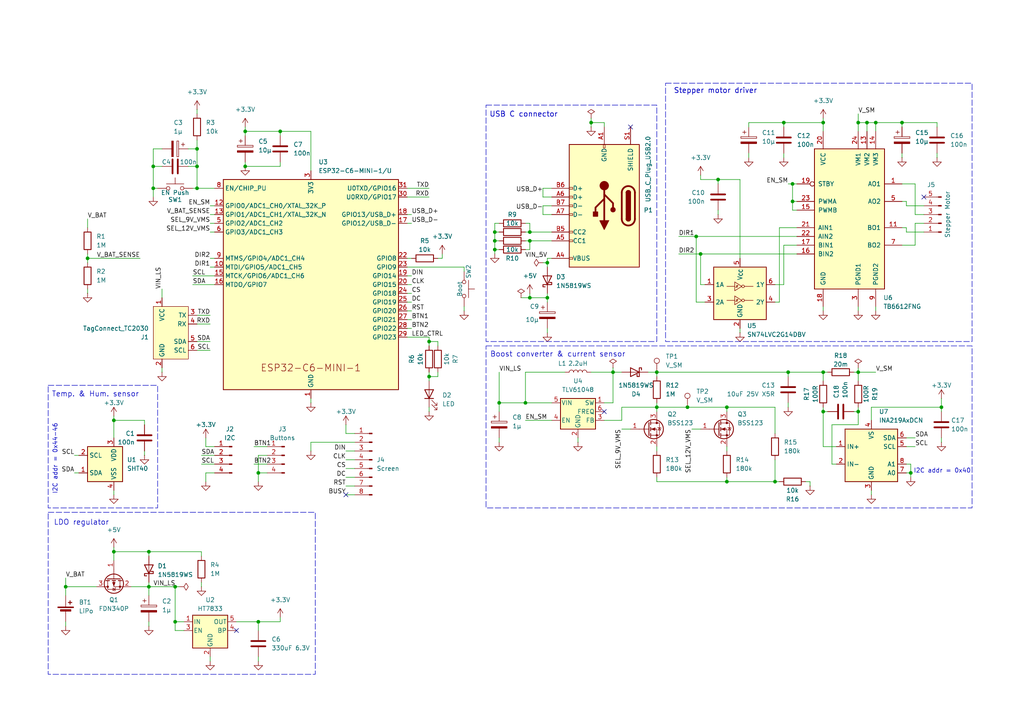
<source format=kicad_sch>
(kicad_sch (version 20231120) (generator "eeschema") (generator_version "8.0")
  (paper "A4")
  (lib_symbols
    (symbol "74xGxx:SN74LVC2G14DBV"
      (property "Reference" "U" (at 2.54 12.7 0))
      (property "Value" "SN74LVC2G14DBV" (at 2.54 10.16 0))
      (symbol "SN74LVC2G14DBV_1_1"
        (pin input line (at -10.16 2.54 0) (length 2.54) (name "1A") (number "1"))
        (pin power_in line (at 0 -10.16 90) (length 2.54) (name "GND") (number "2"))
        (pin input line (at -10.16 -2.54 0) (length 2.54) (name "2A") (number "3"))
        (pin output line (at 10.16 -2.54 180) (length 2.54) (name "2Y") (number "4"))
        (pin power_in line (at 0 10.16 270) (length 2.54) (name "V_{CC}") (number "5"))
        (pin output line (at 10.16 2.54 180) (length 2.54) (name "1Y") (number "6"))
      )
    )
    (symbol "Connector:Conn_01x04_Pin" (pin_names (offset 1.016) hide)
      (property "Reference" "J" (at 0 5.08 0))
      (property "Value" "Conn_01x04_Pin" (at 0 -7.62 0))
      (symbol "Conn_01x04_Pin_1_1"
        (pin passive line (at 5.08 2.54 180) (length 3.81) (name "Pin_1") (number "1"))
        (pin passive line (at 5.08 0 180) (length 3.81) (name "Pin_2") (number "2"))
        (pin passive line (at 5.08 -2.54 180) (length 3.81) (name "Pin_3") (number "3"))
        (pin passive line (at 5.08 -5.08 180) (length 3.81) (name "Pin_4") (number "4"))
      )
    )
    (symbol "Connector:Conn_01x05_Pin" (pin_names (offset 1.016) hide)
      (property "Reference" "J" (at 0 7.62 0))
      (property "Value" "Conn_01x05_Pin" (at 0 -7.62 0))
      (symbol "Conn_01x05_Pin_1_1"
        (pin passive line (at 5.08 5.08 180) (length 3.81) (name "Pin_1") (number "1"))
        (pin passive line (at 5.08 2.54 180) (length 3.81) (name "Pin_2") (number "2"))
        (pin passive line (at 5.08 0 180) (length 3.81) (name "Pin_3") (number "3"))
        (pin passive line (at 5.08 -2.54 180) (length 3.81) (name "Pin_4") (number "4"))
        (pin passive line (at 5.08 -5.08 180) (length 3.81) (name "Pin_5") (number "5"))
      )
    )
    (symbol "Connector:Conn_01x08_Pin" (pin_names (offset 1.016) hide)
      (property "Reference" "J" (at 0 10.16 0))
      (property "Value" "Conn_01x08_Pin" (at 0 -12.7 0))
      (symbol "Conn_01x08_Pin_1_1"
        (pin passive line (at 5.08 7.62 180) (length 3.81) (name "Pin_1") (number "1"))
        (pin passive line (at 5.08 5.08 180) (length 3.81) (name "Pin_2") (number "2"))
        (pin passive line (at 5.08 2.54 180) (length 3.81) (name "Pin_3") (number "3"))
        (pin passive line (at 5.08 0 180) (length 3.81) (name "Pin_4") (number "4"))
        (pin passive line (at 5.08 -2.54 180) (length 3.81) (name "Pin_5") (number "5"))
        (pin passive line (at 5.08 -5.08 180) (length 3.81) (name "Pin_6") (number "6"))
        (pin passive line (at 5.08 -7.62 180) (length 3.81) (name "Pin_7") (number "7"))
        (pin passive line (at 5.08 -10.16 180) (length 3.81) (name "Pin_8") (number "8"))
      )
    )
    (symbol "Connector:Conn_ARM_SWD_TagConnect_TC2030" (in_bom no)
      (property "Reference" "J1" (at -6.35 -1.2701 0))
      (property "Value" "TagConnect_TC2030" (at -6.35 1.2699 0))
      (symbol "Conn_ARM_SWD_TagConnect_TC2030_0_0"
        (pin power_in line (at -2.54 10.16 270) (length 2.54) (name "VCC") (number "1"))
        (pin power_in line (at -2.54 -10.16 90) (length 2.54) (name "GND") (number "2"))
        (pin output line (at 7.62 5.08 180) (length 2.54) (name "TX") (number "3"))
        (pin input line (at 7.62 2.54 180) (length 2.54) (name "RX") (number "4"))
        (pin bidirectional line (at 7.62 -2.54 180) (length 2.54) (name "SDA") (number "5"))
        (pin bidirectional line (at 7.62 -5.08 180) (length 2.54) (name "SCL") (number "6"))
      )
    )
    (symbol "Connector:TestPoint" (pin_numbers hide) (pin_names (offset 0.762) hide)
      (property "Reference" "TP" (at 0 6.858 0))
      (property "Value" "TestPoint" (at 0 5.08 0))
      (symbol "TestPoint_1_1"
        (pin passive line (at 0 0 90) (length 2.54) (name "1") (number "1"))
      )
    )
    (symbol "Connector:USB_C_Receptacle_USB2.0_14P" (pin_names (offset 1.016))
      (property "Reference" "J" (at 0 22.225 0))
      (property "Value" "USB_C_Receptacle_USB2.0_14P" (at 0 19.685 0))
      (symbol "USB_C_Receptacle_USB2.0_14P_1_1"
        (pin passive line (at 0 -22.86 90) (length 5.08) (name "GND") (number "A1"))
        (pin passive line (at 0 -22.86 90) (length 5.08) hide (name "GND") (number "A12"))
        (pin passive line (at 15.24 15.24 180) (length 5.08) (name "VBUS") (number "A4"))
        (pin bidirectional line (at 15.24 10.16 180) (length 5.08) (name "CC1") (number "A5"))
        (pin bidirectional line (at 15.24 -2.54 180) (length 5.08) (name "D+") (number "A6"))
        (pin bidirectional line (at 15.24 2.54 180) (length 5.08) (name "D-") (number "A7"))
        (pin passive line (at 15.24 15.24 180) (length 5.08) hide (name "VBUS") (number "A9"))
        (pin passive line (at 0 -22.86 90) (length 5.08) hide (name "GND") (number "B1"))
        (pin passive line (at 0 -22.86 90) (length 5.08) hide (name "GND") (number "B12"))
        (pin passive line (at 15.24 15.24 180) (length 5.08) hide (name "VBUS") (number "B4"))
        (pin bidirectional line (at 15.24 7.62 180) (length 5.08) (name "CC2") (number "B5"))
        (pin bidirectional line (at 15.24 -5.08 180) (length 5.08) (name "D+") (number "B6"))
        (pin bidirectional line (at 15.24 0 180) (length 5.08) (name "D-") (number "B7"))
        (pin passive line (at 15.24 15.24 180) (length 5.08) hide (name "VBUS") (number "B9"))
        (pin passive line (at -7.62 -22.86 90) (length 5.08) (name "SHIELD") (number "S1"))
      )
    )
    (symbol "Device:Battery_Cell" (pin_numbers hide) (pin_names (offset 0) hide)
      (property "Reference" "BT" (at 2.54 2.54 0))
      (property "Value" "Battery_Cell" (at 2.54 0 0))
      (symbol "Battery_Cell_1_1"
        (pin passive line (at 0 5.08 270) (length 2.54) (name "+") (number "1"))
        (pin passive line (at 0 -2.54 90) (length 2.54) (name "-") (number "2"))
      )
    )
    (symbol "Device:C" (pin_numbers hide) (pin_names (offset 0.254))
      (property "Reference" "C" (at 0.635 2.54 0))
      (property "Value" "C" (at 0.635 -2.54 0))
      (symbol "C_1_1"
        (pin passive line (at 0 3.81 270) (length 2.794) (name "~") (number "1"))
        (pin passive line (at 0 -3.81 90) (length 2.794) (name "~") (number "2"))
      )
    )
    (symbol "Device:C_Polarized" (pin_numbers hide) (pin_names (offset 0.254))
      (property "Reference" "C" (at 0.635 2.54 0))
      (property "Value" "C_Polarized" (at 0.635 -2.54 0))
      (symbol "C_Polarized_1_1"
        (pin passive line (at 0 3.81 270) (length 2.794) (name "~") (number "1"))
        (pin passive line (at 0 -3.81 90) (length 2.794) (name "~") (number "2"))
      )
    )
    (symbol "Device:L" (pin_numbers hide) (pin_names (offset 1.016) hide)
      (property "Reference" "L" (at -1.27 0 90))
      (property "Value" "L" (at 1.905 0 90))
      (symbol "L_1_1"
        (pin passive line (at 0 3.81 270) (length 1.27) (name "1") (number "1"))
        (pin passive line (at 0 -3.81 90) (length 1.27) (name "2") (number "2"))
      )
    )
    (symbol "Device:LED" (pin_numbers hide) (pin_names (offset 1.016) hide)
      (property "Reference" "D" (at 0 2.54 0))
      (property "Value" "LED" (at 0 -2.54 0))
      (symbol "LED_1_1"
        (pin passive line (at -3.81 0 0) (length 2.54) (name "K") (number "1"))
        (pin passive line (at 3.81 0 180) (length 2.54) (name "A") (number "2"))
      )
    )
    (symbol "Device:R" (pin_numbers hide) (pin_names (offset 0))
      (property "Reference" "R" (at 2.032 0 90))
      (property "Value" "R" (at 0 0 90))
      (symbol "R_1_1"
        (pin passive line (at 0 3.81 270) (length 1.27) (name "~") (number "1"))
        (pin passive line (at 0 -3.81 90) (length 1.27) (name "~") (number "2"))
      )
    )
    (symbol "Diode:1N5819WS" (pin_numbers hide) (pin_names (offset 1.016) hide)
      (property "Reference" "D" (at 0 2.54 0))
      (property "Value" "1N5819WS" (at 0 -2.54 0))
      (symbol "1N5819WS_1_1"
        (pin passive line (at -3.81 0 0) (length 2.54) (name "K") (number "1"))
        (pin passive line (at 3.81 0 180) (length 2.54) (name "A") (number "2"))
      )
    )
    (symbol "Driver_Motor:TB6612FNG" (pin_names (offset 1.016))
      (property "Reference" "U" (at 11.43 17.78 0))
      (property "Value" "TB6612FNG" (at 11.43 15.24 0))
      (symbol "TB6612FNG_1_1"
        (pin output line (at 15.24 10.16 180) (length 5.08) (name "AO1") (number "1"))
        (pin passive line (at 7.62 -25.4 90) (length 5.08) hide (name "PGND2") (number "10"))
        (pin output line (at 15.24 -2.54 180) (length 5.08) (name "BO1") (number "11"))
        (pin passive line (at 15.24 -2.54 180) (length 5.08) hide (name "BO1") (number "12"))
        (pin power_in line (at 5.08 25.4 270) (length 5.08) (name "VM2") (number "13"))
        (pin power_in line (at 7.62 25.4 270) (length 5.08) (name "VM3") (number "14"))
        (pin input line (at -15.24 2.54 0) (length 5.08) (name "PWMB") (number "15"))
        (pin input line (at -15.24 -10.16 0) (length 5.08) (name "BIN2") (number "16"))
        (pin input line (at -15.24 -7.62 0) (length 5.08) (name "BIN1") (number "17"))
        (pin power_in line (at -7.62 -25.4 90) (length 5.08) (name "GND") (number "18"))
        (pin input inverted (at -15.24 10.16 0) (length 5.08) (name "STBY") (number "19"))
        (pin passive line (at 15.24 10.16 180) (length 5.08) hide (name "AO1") (number "2"))
        (pin power_in line (at -7.62 25.4 270) (length 5.08) (name "VCC") (number "20"))
        (pin input line (at -15.24 -2.54 0) (length 5.08) (name "AIN1") (number "21"))
        (pin input line (at -15.24 -5.08 0) (length 5.08) (name "AIN2") (number "22"))
        (pin input line (at -15.24 5.08 0) (length 5.08) (name "PWMA") (number "23"))
        (pin power_in line (at 2.54 25.4 270) (length 5.08) (name "VM1") (number "24"))
        (pin power_in line (at 2.54 -25.4 90) (length 5.08) (name "PGND1") (number "3"))
        (pin passive line (at 2.54 -25.4 90) (length 5.08) hide (name "PGND1") (number "4"))
        (pin output line (at 15.24 5.08 180) (length 5.08) (name "AO2") (number "5"))
        (pin passive line (at 15.24 5.08 180) (length 5.08) hide (name "AO2") (number "6"))
        (pin output line (at 15.24 -7.62 180) (length 5.08) (name "BO2") (number "7"))
        (pin passive line (at 15.24 -7.62 180) (length 5.08) hide (name "BO2") (number "8"))
        (pin power_in line (at 7.62 -25.4 90) (length 5.08) (name "PGND2") (number "9"))
      )
    )
    (symbol "PCM_Espressif:ESP32-C6-MINI-1/U"
      (property "Reference" "U" (at -25.4 35.56 0))
      (property "Value" "ESP32-C6-MINI-1/U" (at -25.4 33.02 0))
      (symbol "ESP32-C6-MINI-1/U_0_0"
        (text "ESP32-C6-MINI-1" (at 0 -24.13 0) (effects (font (size 2 2))))
      )
      (symbol "ESP32-C6-MINI-1/U_1_1"
        (pin power_in line (at 0 -33.02 90) (length 2.54) (name "GND") (number "1"))
        (pin bidirectional line (at -27.94 5.08 0) (length 2.54) (name "MTDI/GPIO5/ADC1_CH5") (number "10"))
        (pin passive line (at 0 -33.02 90) (length 2.54) hide (name "GND") (number "11"))
        (pin bidirectional line (at -27.94 22.86 0) (length 2.54) (name "GPIO0/ADC1_CH0/XTAL_32K_P") (number "12"))
        (pin bidirectional line (at -27.94 20.32 0) (length 2.54) (name "GPIO1/ADC1_CH1/XTAL_32K_N") (number "13"))
        (pin passive line (at 0 -33.02 90) (length 2.54) hide (name "GND") (number "14"))
        (pin bidirectional line (at -27.94 2.54 0) (length 2.54) (name "MTCK/GPIO6/ADC1_CH6") (number "15"))
        (pin bidirectional line (at -27.94 0 0) (length 2.54) (name "MTDO/GPIO7") (number "16"))
        (pin bidirectional line (at 27.94 17.78 180) (length 2.54) (name "GPIO12/USB_D-") (number "17"))
        (pin bidirectional line (at 27.94 20.32 180) (length 2.54) (name "GPIO13/USB_D+") (number "18"))
        (pin bidirectional line (at 27.94 2.54 180) (length 2.54) (name "GPIO14") (number "19"))
        (pin passive line (at 0 -33.02 90) (length 2.54) hide (name "GND") (number "2"))
        (pin bidirectional line (at 27.94 0 180) (length 2.54) (name "GPIO15") (number "20"))
        (pin no_connect line (at -25.4 -10.16 0) (length 2.54) hide (name "NC") (number "21"))
        (pin bidirectional line (at 27.94 7.62 180) (length 2.54) (name "GPIO8") (number "22"))
        (pin bidirectional line (at 27.94 5.08 180) (length 2.54) (name "GPIO9") (number "23"))
        (pin bidirectional line (at 27.94 -2.54 180) (length 2.54) (name "GPIO18") (number "24"))
        (pin bidirectional line (at 27.94 -5.08 180) (length 2.54) (name "GPIO19") (number "25"))
        (pin bidirectional line (at 27.94 -7.62 180) (length 2.54) (name "GPIO20") (number "26"))
        (pin bidirectional line (at 27.94 -10.16 180) (length 2.54) (name "GPIO21") (number "27"))
        (pin bidirectional line (at 27.94 -12.7 180) (length 2.54) (name "GPIO22") (number "28"))
        (pin bidirectional line (at 27.94 -15.24 180) (length 2.54) (name "GPIO23") (number "29"))
        (pin power_in line (at 0 33.02 270) (length 2.54) (name "3V3") (number "3"))
        (pin bidirectional line (at 27.94 25.4 180) (length 2.54) (name "U0RXD/GPIO17") (number "30"))
        (pin bidirectional line (at 27.94 27.94 180) (length 2.54) (name "U0TXD/GPIO16") (number "31"))
        (pin no_connect line (at -25.4 -12.7 0) (length 2.54) hide (name "NC") (number "32"))
        (pin no_connect line (at -25.4 -15.24 0) (length 2.54) hide (name "NC") (number "33"))
        (pin no_connect line (at -25.4 -17.78 0) (length 2.54) hide (name "NC") (number "34"))
        (pin no_connect line (at -25.4 -20.32 0) (length 2.54) hide (name "NC") (number "35"))
        (pin passive line (at 0 -33.02 90) (length 2.54) hide (name "GND") (number "36"))
        (pin passive line (at 0 -33.02 90) (length 2.54) hide (name "GND") (number "37"))
        (pin passive line (at 0 -33.02 90) (length 2.54) hide (name "GND") (number "38"))
        (pin passive line (at 0 -33.02 90) (length 2.54) hide (name "GND") (number "39"))
        (pin no_connect line (at -25.4 -5.08 0) (length 2.54) hide (name "NC") (number "4"))
        (pin passive line (at 0 -33.02 90) (length 2.54) hide (name "GND") (number "40"))
        (pin passive line (at 0 -33.02 90) (length 2.54) hide (name "GND") (number "41"))
        (pin passive line (at 0 -33.02 90) (length 2.54) hide (name "GND") (number "42"))
        (pin passive line (at 0 -33.02 90) (length 2.54) hide (name "GND") (number "43"))
        (pin passive line (at 0 -33.02 90) (length 2.54) hide (name "GND") (number "44"))
        (pin passive line (at 0 -33.02 90) (length 2.54) hide (name "GND") (number "45"))
        (pin passive line (at 0 -33.02 90) (length 2.54) hide (name "GND") (number "46"))
        (pin passive line (at 0 -33.02 90) (length 2.54) hide (name "GND") (number "47"))
        (pin passive line (at 0 -33.02 90) (length 2.54) hide (name "GND") (number "48"))
        (pin passive line (at 0 -33.02 90) (length 2.54) hide (name "GND") (number "49"))
        (pin bidirectional line (at -27.94 17.78 0) (length 2.54) (name "GPIO2/ADC1_CH2") (number "5"))
        (pin passive line (at 0 -33.02 90) (length 2.54) hide (name "GND") (number "50"))
        (pin passive line (at 0 -33.02 90) (length 2.54) hide (name "GND") (number "51"))
        (pin passive line (at 0 -33.02 90) (length 2.54) hide (name "GND") (number "52"))
        (pin passive line (at 0 -33.02 90) (length 2.54) hide (name "GND") (number "53"))
        (pin bidirectional line (at -27.94 15.24 0) (length 2.54) (name "GPIO3/ADC1_CH3") (number "6"))
        (pin no_connect line (at -25.4 -7.62 0) (length 2.54) hide (name "NC") (number "7"))
        (pin input line (at -27.94 27.94 0) (length 2.54) (name "EN/CHIP_PU") (number "8"))
        (pin bidirectional line (at -27.94 7.62 0) (length 2.54) (name "MTMS/GPIO4/ADC1_CH4") (number "9"))
      )
    )
    (symbol "Regulator_Linear:MIC5219-3.3YM5" (pin_names (offset 0.254))
      (property "Reference" "U" (at -3.81 5.715 0))
      (property "Value" "MIC5219-3.3YM5" (at 0 5.715 0))
      (symbol "MIC5219-3.3YM5_1_1"
        (pin power_in line (at -7.62 2.54 0) (length 2.54) (name "IN") (number "1"))
        (pin power_in line (at 0 -7.62 90) (length 2.54) (name "GND") (number "2"))
        (pin input line (at -7.62 0 0) (length 2.54) (name "EN") (number "3"))
        (pin input line (at 7.62 0 180) (length 2.54) (name "BP") (number "4"))
        (pin power_out line (at 7.62 2.54 180) (length 2.54) (name "OUT") (number "5"))
      )
    )
    (symbol "Regulator_Switching:TLV61046ADB" (pin_names (offset 0.254))
      (property "Reference" "U1" (at 0 11.43 0))
      (property "Value" "TLV61048" (at 0 8.89 0))
      (symbol "TLV61046ADB_1_1"
        (pin power_in line (at 7.62 5.08 180) (length 2.54) (name "SW") (number "1"))
        (pin power_in line (at 0 -5.08 90) (length 2.54) (name "GND") (number "2"))
        (pin input line (at 7.62 0 180) (length 2.54) (name "FB") (number "3"))
        (pin input line (at -7.62 0 0) (length 2.54) (name "EN") (number "4"))
        (pin power_in line (at -7.62 5.08 0) (length 2.54) (name "VIN") (number "5"))
        (pin input line (at 7.62 2.54 180) (length 2.54) (name "FREQ") (number "6"))
      )
    )
    (symbol "Sensor_Energy:INA219AxDCN"
      (property "Reference" "U" (at -6.35 8.89 0))
      (property "Value" "INA219AxDCN" (at 6.35 8.89 0))
      (symbol "INA219AxDCN_1_1"
        (pin input line (at -10.16 2.54 0) (length 2.54) (name "IN+") (number "1"))
        (pin input line (at -10.16 -2.54 0) (length 2.54) (name "IN-") (number "2"))
        (pin power_in line (at 0 -10.16 90) (length 2.54) (name "GND") (number "3"))
        (pin power_in line (at 0 10.16 270) (length 2.54) (name "VS") (number "4"))
        (pin input line (at 10.16 2.54 180) (length 2.54) (name "SCL") (number "5"))
        (pin bidirectional line (at 10.16 5.08 180) (length 2.54) (name "SDA") (number "6"))
        (pin input line (at 10.16 -5.08 180) (length 2.54) (name "A0") (number "7"))
        (pin input line (at 10.16 -2.54 180) (length 2.54) (name "A1") (number "8"))
      )
    )
    (symbol "Sensor_Humidity:SHT4x"
      (property "Reference" "U" (at 0 8.89 0))
      (property "Value" "SHT4x" (at 0 6.35 0))
      (symbol "SHT4x_1_1"
        (pin bidirectional line (at -7.62 -2.54 0) (length 2.54) (name "SDA") (number "1"))
        (pin input line (at -7.62 2.54 0) (length 2.54) (name "SCL") (number "2"))
        (pin power_in line (at 2.54 7.62 270) (length 2.54) (name "VDD") (number "3"))
        (pin power_in line (at 2.54 -7.62 90) (length 2.54) (name "VSS") (number "4"))
      )
    )
    (symbol "Switch:SW_Push" (pin_numbers hide) (pin_names (offset 1.016) hide)
      (property "Reference" "SW" (at 1.27 2.54 0))
      (property "Value" "SW_Push" (at 0 -1.524 0))
      (symbol "SW_Push_0_1"
        (pin passive line (at -5.08 0 0) (length 2.54) (name "1") (number "1"))
        (pin passive line (at 5.08 0 180) (length 2.54) (name "2") (number "2"))
      )
    )
    (symbol "Transistor_FET:BSS123" (pin_names hide)
      (property "Reference" "Q" (at 5.08 1.905 0))
      (property "Value" "BSS123" (at 5.08 0 0))
      (symbol "BSS123_1_1"
        (pin input line (at -5.08 0 0) (length 2.54) (name "G") (number "1"))
        (pin passive line (at 2.54 -5.08 90) (length 2.54) (name "S") (number "2"))
        (pin passive line (at 2.54 5.08 270) (length 2.54) (name "D") (number "3"))
      )
    )
    (symbol "Transistor_FET:FDN340P" (pin_names hide)
      (property "Reference" "Q" (at 5.08 1.905 0))
      (property "Value" "FDN340P" (at 5.08 0 0))
      (symbol "FDN340P_1_1"
        (pin input line (at -5.08 0 0) (length 2.54) (name "G") (number "1"))
        (pin passive line (at 2.54 -5.08 90) (length 2.54) (name "S") (number "2"))
        (pin passive line (at 2.54 5.08 270) (length 2.54) (name "D") (number "3"))
      )
    )
    (symbol "power:+3.3V" (power) (pin_numbers hide) (pin_names (offset 0) hide)
      (property "Value" "+3.3V" (at 0 3.556 0))
      (symbol "+3.3V_1_1"
        (pin power_in line (at 0 0 90) (length 0) (name "~") (number "1"))
      )
    )
    (symbol "power:+5V" (power) (pin_numbers hide) (pin_names (offset 0) hide)
      (property "Value" "+5V" (at 0 3.556 0))
      (symbol "+5V_1_1"
        (pin power_in line (at 0 0 90) (length 0) (name "~") (number "1"))
      )
    )
    (symbol "power:GND" (power) (pin_numbers hide) (pin_names (offset 0) hide)
      (property "Value" "GND" (at 0 -3.81 0))
      (symbol "GND_1_1"
        (pin power_in line (at 0 0 270) (length 0) (name "~") (number "1"))
      )
    )
    (symbol "power:PWR_FLAG" (power) (pin_numbers hide) (pin_names (offset 0) hide)
      (property "Value" "PWR_FLAG" (at 0 3.81 0))
      (symbol "PWR_FLAG_0_0"
        (pin power_out line (at 0 0 90) (length 0) (name "~") (number "1"))
      )
    )
  )
  (junction (at 254 35.56))
  (junction (at 33.02 160.02))
  (junction (at 210.82 118.11))
  (junction (at 152.4 116.84))
  (junction (at 208.28 52.07))
  (junction (at 227.33 35.56))
  (junction (at 238.76 35.56))
  (junction (at 25.4 74.93))
  (junction (at 248.92 35.56))
  (junction (at 158.75 86.36))
  (junction (at 57.15 48.26))
  (junction (at 248.92 107.95))
  (junction (at 71.12 38.1))
  (junction (at 33.02 121.92))
  (junction (at 203.2 73.66))
  (junction (at 43.18 170.18))
  (junction (at 224.79 139.7))
  (junction (at 124.46 99.06))
  (junction (at 261.62 35.56))
  (junction (at 201.93 68.58))
  (junction (at 153.67 67.31))
  (junction (at 210.82 139.7))
  (junction (at 199.39 118.11))
  (junction (at 190.5 118.11))
  (junction (at 50.8 170.18))
  (junction (at 71.12 48.26))
  (junction (at 190.5 107.95))
  (junction (at 74.93 137.16))
  (junction (at 251.46 35.56))
  (junction (at 50.8 180.34))
  (junction (at 143.51 67.31))
  (junction (at 153.67 69.85))
  (junction (at 264.16 137.16))
  (junction (at 238.76 119.38))
  (junction (at 44.45 54.61))
  (junction (at 158.75 76.2))
  (junction (at 177.8 107.95))
  (junction (at 144.78 116.84))
  (junction (at 273.05 118.11))
  (junction (at 143.51 72.39))
  (junction (at 229.87 58.42))
  (junction (at 171.45 35.56))
  (junction (at 153.67 86.36))
  (junction (at 81.28 38.1))
  (junction (at 43.18 160.02))
  (junction (at 228.6 107.95))
  (junction (at 19.05 170.18))
  (junction (at 57.15 54.61))
  (junction (at 238.76 107.95))
  (junction (at 74.93 180.34))
  (junction (at 124.46 109.22))
  (junction (at 44.45 48.26))
  (junction (at 248.92 119.38))
  (junction (at 143.51 69.85))
  (junction (at 57.15 43.18))
  (junction (at 229.87 53.34))
  (no_connect (at 267.97 57.15))
  (no_connect (at 100.33 143.51))
  (no_connect (at 175.26 119.38))
  (no_connect (at 182.88 36.83))
  (no_connect (at 68.58 182.88))
  (wire (pts (xy 62.23 80.01) (xy 55.88 80.01)))
  (wire (pts (xy 190.5 138.43) (xy 190.5 139.7)))
  (wire (pts (xy 41.91 130.81) (xy 41.91 132.08)))
  (wire (pts (xy 46.99 83.82) (xy 46.99 86.36)))
  (wire (pts (xy 143.51 67.31) (xy 143.51 69.85)))
  (wire (pts (xy 38.1 170.18) (xy 43.18 170.18)))
  (wire (pts (xy 44.45 43.18) (xy 44.45 48.26)))
  (wire (pts (xy 25.4 73.66) (xy 25.4 74.93)))
  (wire (pts (xy 143.51 67.31) (xy 144.78 67.31)))
  (wire (pts (xy 60.96 74.93) (xy 62.23 74.93)))
  (wire (pts (xy 196.85 73.66) (xy 203.2 73.66)))
  (wire (pts (xy 58.42 160.02) (xy 58.42 161.29)))
  (wire (pts (xy 57.15 31.75) (xy 57.15 33.02)))
  (wire (pts (xy 62.23 137.16) (xy 59.69 137.16)))
  (wire (pts (xy 208.28 53.34) (xy 208.28 52.07)))
  (wire (pts (xy 265.43 71.12) (xy 261.62 71.12)))
  (wire (pts (xy 55.88 54.61) (xy 57.15 54.61)))
  (wire (pts (xy 54.61 48.26) (xy 57.15 48.26)))
  (wire (pts (xy 52.07 170.18) (xy 50.8 170.18)))
  (wire (pts (xy 118.11 57.15) (xy 124.46 57.15)))
  (wire (pts (xy 190.5 116.84) (xy 190.5 118.11)))
  (wire (pts (xy 210.82 118.11) (xy 224.79 118.11)))
  (wire (pts (xy 273.05 118.11) (xy 273.05 119.38)))
  (wire (pts (xy 100.33 123.19) (xy 100.33 125.73)))
  (wire (pts (xy 227.33 35.56) (xy 227.33 36.83)))
  (wire (pts (xy 157.48 62.23) (xy 160.02 62.23)))
  (wire (pts (xy 151.13 86.36) (xy 153.67 86.36)))
  (wire (pts (xy 190.5 139.7) (xy 210.82 139.7)))
  (wire (pts (xy 265.43 64.77) (xy 267.97 64.77)))
  (wire (pts (xy 124.46 109.22) (xy 124.46 110.49)))
  (wire (pts (xy 238.76 119.38) (xy 240.03 119.38)))
  (wire (pts (xy 210.82 138.43) (xy 210.82 139.7)))
  (wire (pts (xy 44.45 48.26) (xy 46.99 48.26)))
  (wire (pts (xy 271.78 44.45) (xy 271.78 45.72)))
  (wire (pts (xy 68.58 180.34) (xy 74.93 180.34)))
  (wire (pts (xy 242.57 129.54) (xy 238.76 129.54)))
  (wire (pts (xy 62.23 82.55) (xy 55.88 82.55)))
  (wire (pts (xy 50.8 180.34) (xy 50.8 182.88)))
  (wire (pts (xy 177.8 116.84) (xy 175.26 116.84)))
  (wire (pts (xy 238.76 88.9) (xy 238.76 90.17)))
  (wire (pts (xy 60.96 77.47) (xy 62.23 77.47)))
  (wire (pts (xy 152.4 116.84) (xy 152.4 107.95)))
  (wire (pts (xy 90.17 115.57) (xy 90.17 116.84)))
  (wire (pts (xy 203.2 52.07) (xy 208.28 52.07)))
  (wire (pts (xy 167.64 127) (xy 167.64 128.27)))
  (wire (pts (xy 180.34 124.46) (xy 182.88 124.46)))
  (wire (pts (xy 19.05 170.18) (xy 27.94 170.18)))
  (wire (pts (xy 57.15 93.98) (xy 60.96 93.98)))
  (wire (pts (xy 19.05 167.64) (xy 19.05 170.18)))
  (wire (pts (xy 160.02 54.61) (xy 157.48 54.61)))
  (wire (pts (xy 262.89 67.31) (xy 267.97 67.31)))
  (wire (pts (xy 265.43 62.23) (xy 267.97 62.23)))
  (wire (pts (xy 203.2 50.8) (xy 203.2 52.07)))
  (wire (pts (xy 247.65 119.38) (xy 248.92 119.38)))
  (wire (pts (xy 62.23 129.54) (xy 59.69 129.54)))
  (wire (pts (xy 177.8 107.95) (xy 177.8 116.84)))
  (wire (pts (xy 261.62 35.56) (xy 261.62 36.83)))
  (wire (pts (xy 118.11 97.79) (xy 124.46 97.79)))
  (wire (pts (xy 227.33 44.45) (xy 227.33 45.72)))
  (wire (pts (xy 81.28 38.1) (xy 81.28 39.37)))
  (wire (pts (xy 33.02 121.92) (xy 33.02 127)))
  (wire (pts (xy 144.78 107.95) (xy 144.78 116.84)))
  (wire (pts (xy 43.18 180.34) (xy 43.18 181.61)))
  (wire (pts (xy 143.51 72.39) (xy 143.51 73.66)))
  (wire (pts (xy 227.33 71.12) (xy 231.14 71.12)))
  (wire (pts (xy 62.23 134.62) (xy 58.42 134.62)))
  (wire (pts (xy 25.4 74.93) (xy 40.64 74.93)))
  (wire (pts (xy 199.39 118.11) (xy 210.82 118.11)))
  (wire (pts (xy 201.93 68.58) (xy 231.14 68.58)))
  (wire (pts (xy 57.15 43.18) (xy 57.15 48.26)))
  (wire (pts (xy 134.62 77.47) (xy 118.11 77.47)))
  (wire (pts (xy 118.11 54.61) (xy 124.46 54.61)))
  (wire (pts (xy 90.17 38.1) (xy 90.17 49.53)))
  (wire (pts (xy 124.46 109.22) (xy 127 109.22)))
  (wire (pts (xy 262.89 137.16) (xy 264.16 137.16)))
  (wire (pts (xy 60.96 67.31) (xy 62.23 67.31)))
  (wire (pts (xy 251.46 35.56) (xy 254 35.56)))
  (wire (pts (xy 57.15 54.61) (xy 57.15 48.26)))
  (wire (pts (xy 33.02 142.24) (xy 33.02 143.51)))
  (wire (pts (xy 227.33 71.12) (xy 227.33 82.55)))
  (wire (pts (xy 152.4 64.77) (xy 153.67 64.77)))
  (wire (pts (xy 59.69 127) (xy 59.69 129.54)))
  (wire (pts (xy 217.17 35.56) (xy 217.17 36.83)))
  (wire (pts (xy 208.28 52.07) (xy 214.63 52.07)))
  (wire (pts (xy 228.6 116.84) (xy 228.6 118.11)))
  (wire (pts (xy 33.02 121.92) (xy 41.91 121.92)))
  (wire (pts (xy 252.73 142.24) (xy 252.73 143.51)))
  (wire (pts (xy 44.45 54.61) (xy 44.45 57.15)))
  (wire (pts (xy 43.18 168.91) (xy 43.18 170.18)))
  (wire (pts (xy 158.75 95.25) (xy 158.75 96.52)))
  (wire (pts (xy 152.4 67.31) (xy 153.67 67.31)))
  (wire (pts (xy 187.96 107.95) (xy 190.5 107.95)))
  (wire (pts (xy 44.45 48.26) (xy 44.45 54.61)))
  (wire (pts (xy 74.93 190.5) (xy 74.93 191.77)))
  (wire (pts (xy 158.75 76.2) (xy 158.75 77.47)))
  (wire (pts (xy 238.76 35.56) (xy 227.33 35.56)))
  (wire (pts (xy 102.87 125.73) (xy 100.33 125.73)))
  (wire (pts (xy 53.34 182.88) (xy 50.8 182.88)))
  (wire (pts (xy 33.02 120.65) (xy 33.02 121.92)))
  (wire (pts (xy 226.06 87.63) (xy 224.79 87.63)))
  (wire (pts (xy 262.89 59.69) (xy 267.97 59.69)))
  (wire (pts (xy 177.8 107.95) (xy 180.34 107.95)))
  (wire (pts (xy 134.62 88.9) (xy 134.62 90.17)))
  (wire (pts (xy 25.4 83.82) (xy 25.4 85.09)))
  (wire (pts (xy 261.62 44.45) (xy 261.62 45.72)))
  (wire (pts (xy 180.34 118.11) (xy 180.34 121.92)))
  (wire (pts (xy 200.66 124.46) (xy 203.2 124.46)))
  (wire (pts (xy 262.89 127) (xy 265.43 127)))
  (wire (pts (xy 217.17 44.45) (xy 217.17 45.72)))
  (wire (pts (xy 224.79 82.55) (xy 227.33 82.55)))
  (wire (pts (xy 264.16 137.16) (xy 264.16 138.43)))
  (wire (pts (xy 128.27 74.93) (xy 128.27 73.66)))
  (wire (pts (xy 190.5 118.11) (xy 180.34 118.11)))
  (wire (pts (xy 248.92 123.19) (xy 241.3 123.19)))
  (wire (pts (xy 124.46 99.06) (xy 127 99.06)))
  (wire (pts (xy 229.87 53.34) (xy 229.87 58.42)))
  (wire (pts (xy 264.16 134.62) (xy 264.16 137.16)))
  (wire (pts (xy 119.38 80.01) (xy 118.11 80.01)))
  (wire (pts (xy 160.02 116.84) (xy 152.4 116.84)))
  (wire (pts (xy 74.93 137.16) (xy 77.47 137.16)))
  (wire (pts (xy 118.11 64.77) (xy 119.38 64.77)))
  (wire (pts (xy 77.47 132.08) (xy 74.93 132.08)))
  (wire (pts (xy 74.93 132.08) (xy 74.93 137.16)))
  (wire (pts (xy 228.6 53.34) (xy 229.87 53.34)))
  (wire (pts (xy 262.89 58.42) (xy 262.89 59.69)))
  (wire (pts (xy 190.5 129.54) (xy 190.5 130.81)))
  (wire (pts (xy 118.11 85.09) (xy 119.38 85.09)))
  (wire (pts (xy 247.65 107.95) (xy 248.92 107.95)))
  (wire (pts (xy 160.02 59.69) (xy 157.48 59.69)))
  (wire (pts (xy 19.05 180.34) (xy 19.05 181.61)))
  (wire (pts (xy 57.15 101.6) (xy 60.96 101.6)))
  (wire (pts (xy 21.59 132.08) (xy 22.86 132.08)))
  (wire (pts (xy 124.46 99.06) (xy 124.46 100.33)))
  (wire (pts (xy 118.11 90.17) (xy 119.38 90.17)))
  (wire (pts (xy 44.45 54.61) (xy 45.72 54.61)))
  (wire (pts (xy 158.75 74.93) (xy 160.02 74.93)))
  (wire (pts (xy 262.89 134.62) (xy 264.16 134.62)))
  (wire (pts (xy 144.78 116.84) (xy 152.4 116.84)))
  (wire (pts (xy 58.42 168.91) (xy 58.42 170.18)))
  (wire (pts (xy 144.78 69.85) (xy 143.51 69.85)))
  (wire (pts (xy 153.67 72.39) (xy 153.67 69.85)))
  (wire (pts (xy 71.12 36.83) (xy 71.12 38.1)))
  (wire (pts (xy 50.8 180.34) (xy 50.8 170.18)))
  (wire (pts (xy 203.2 73.66) (xy 203.2 82.55)))
  (wire (pts (xy 238.76 129.54) (xy 238.76 119.38)))
  (wire (pts (xy 60.96 62.23) (xy 62.23 62.23)))
  (wire (pts (xy 171.45 34.29) (xy 171.45 35.56)))
  (wire (pts (xy 60.96 190.5) (xy 60.96 191.77)))
  (wire (pts (xy 100.33 138.43) (xy 102.87 138.43)))
  (wire (pts (xy 201.93 68.58) (xy 201.93 87.63)))
  (wire (pts (xy 71.12 38.1) (xy 81.28 38.1)))
  (wire (pts (xy 171.45 35.56) (xy 175.26 35.56)))
  (wire (pts (xy 152.4 72.39) (xy 153.67 72.39)))
  (wire (pts (xy 248.92 119.38) (xy 248.92 123.19)))
  (wire (pts (xy 265.43 64.77) (xy 265.43 71.12)))
  (wire (pts (xy 241.3 134.62) (xy 242.57 134.62)))
  (wire (pts (xy 214.63 52.07) (xy 214.63 74.93)))
  (wire (pts (xy 118.11 82.55) (xy 119.38 82.55)))
  (wire (pts (xy 157.48 59.69) (xy 157.48 62.23)))
  (wire (pts (xy 143.51 72.39) (xy 144.78 72.39)))
  (wire (pts (xy 144.78 127) (xy 144.78 128.27)))
  (wire (pts (xy 118.11 87.63) (xy 119.38 87.63)))
  (wire (pts (xy 248.92 107.95) (xy 248.92 110.49)))
  (wire (pts (xy 234.95 139.7) (xy 234.95 140.97)))
  (wire (pts (xy 157.48 57.15) (xy 160.02 57.15)))
  (wire (pts (xy 203.2 82.55) (xy 204.47 82.55)))
  (wire (pts (xy 210.82 129.54) (xy 210.82 130.81)))
  (wire (pts (xy 25.4 74.93) (xy 25.4 76.2)))
  (wire (pts (xy 143.51 69.85) (xy 143.51 72.39)))
  (wire (pts (xy 262.89 66.04) (xy 262.89 67.31)))
  (wire (pts (xy 229.87 58.42) (xy 231.14 58.42)))
  (wire (pts (xy 62.23 132.08) (xy 58.42 132.08)))
  (wire (pts (xy 158.75 74.93) (xy 158.75 76.2)))
  (wire (pts (xy 214.63 96.52) (xy 214.63 95.25)))
  (wire (pts (xy 57.15 91.44) (xy 60.96 91.44)))
  (wire (pts (xy 254 35.56) (xy 254 38.1)))
  (wire (pts (xy 238.76 107.95) (xy 240.03 107.95)))
  (wire (pts (xy 238.76 107.95) (xy 238.76 110.49)))
  (wire (pts (xy 100.33 133.35) (xy 102.87 133.35)))
  (wire (pts (xy 158.75 76.2) (xy 157.48 76.2)))
  (wire (pts (xy 248.92 106.68) (xy 248.92 107.95)))
  (wire (pts (xy 128.27 74.93) (xy 127 74.93)))
  (wire (pts (xy 171.45 36.83) (xy 171.45 35.56)))
  (wire (pts (xy 265.43 53.34) (xy 265.43 62.23)))
  (wire (pts (xy 203.2 73.66) (xy 231.14 73.66)))
  (wire (pts (xy 252.73 118.11) (xy 252.73 121.92)))
  (wire (pts (xy 152.4 107.95) (xy 163.83 107.95)))
  (wire (pts (xy 248.92 88.9) (xy 248.92 90.17)))
  (wire (pts (xy 171.45 107.95) (xy 177.8 107.95)))
  (wire (pts (xy 33.02 160.02) (xy 33.02 162.56)))
  (wire (pts (xy 228.6 107.95) (xy 228.6 109.22)))
  (wire (pts (xy 44.45 43.18) (xy 46.99 43.18)))
  (wire (pts (xy 57.15 40.64) (xy 57.15 43.18)))
  (wire (pts (xy 262.89 129.54) (xy 265.43 129.54)))
  (wire (pts (xy 238.76 119.38) (xy 238.76 118.11)))
  (wire (pts (xy 81.28 46.99) (xy 81.28 48.26)))
  (wire (pts (xy 71.12 46.99) (xy 71.12 48.26)))
  (wire (pts (xy 81.28 38.1) (xy 90.17 38.1)))
  (wire (pts (xy 143.51 64.77) (xy 143.51 67.31)))
  (wire (pts (xy 229.87 60.96) (xy 231.14 60.96)))
  (wire (pts (xy 251.46 35.56) (xy 251.46 38.1)))
  (wire (pts (xy 210.82 119.38) (xy 210.82 118.11)))
  (wire (pts (xy 201.93 87.63) (xy 204.47 87.63)))
  (wire (pts (xy 254 35.56) (xy 261.62 35.56)))
  (wire (pts (xy 153.67 64.77) (xy 153.67 67.31)))
  (wire (pts (xy 153.67 86.36) (xy 158.75 86.36)))
  (wire (pts (xy 262.89 66.04) (xy 261.62 66.04)))
  (wire (pts (xy 71.12 38.1) (xy 71.12 39.37)))
  (wire (pts (xy 25.4 63.5) (xy 25.4 66.04)))
  (wire (pts (xy 73.66 134.62) (xy 77.47 134.62)))
  (wire (pts (xy 241.3 123.19) (xy 241.3 134.62)))
  (wire (pts (xy 46.99 106.68) (xy 46.99 107.95)))
  (wire (pts (xy 248.92 119.38) (xy 248.92 118.11)))
  (wire (pts (xy 238.76 34.29) (xy 238.76 35.56)))
  (wire (pts (xy 43.18 170.18) (xy 43.18 172.72)))
  (wire (pts (xy 158.75 86.36) (xy 158.75 87.63)))
  (wire (pts (xy 261.62 53.34) (xy 265.43 53.34)))
  (wire (pts (xy 152.4 69.85) (xy 153.67 69.85)))
  (wire (pts (xy 208.28 60.96) (xy 208.28 62.23)))
  (wire (pts (xy 157.48 54.61) (xy 157.48 57.15)))
  (wire (pts (xy 261.62 58.42) (xy 262.89 58.42)))
  (wire (pts (xy 153.67 69.85) (xy 160.02 69.85)))
  (wire (pts (xy 74.93 137.16) (xy 74.93 139.7)))
  (wire (pts (xy 226.06 66.04) (xy 226.06 87.63)))
  (wire (pts (xy 50.8 170.18) (xy 43.18 170.18)))
  (wire (pts (xy 248.92 35.56) (xy 248.92 38.1)))
  (wire (pts (xy 196.85 68.58) (xy 201.93 68.58)))
  (wire (pts (xy 190.5 118.11) (xy 199.39 118.11)))
  (wire (pts (xy 100.33 135.89) (xy 102.87 135.89)))
  (wire (pts (xy 33.02 158.75) (xy 33.02 160.02)))
  (wire (pts (xy 100.33 143.51) (xy 102.87 143.51)))
  (wire (pts (xy 100.33 140.97) (xy 102.87 140.97)))
  (wire (pts (xy 74.93 180.34) (xy 74.93 182.88)))
  (wire (pts (xy 119.38 74.93) (xy 118.11 74.93)))
  (wire (pts (xy 124.46 97.79) (xy 124.46 99.06)))
  (wire (pts (xy 271.78 35.56) (xy 271.78 36.83)))
  (wire (pts (xy 153.67 86.36) (xy 153.67 85.09)))
  (wire (pts (xy 134.62 78.74) (xy 134.62 77.47)))
  (wire (pts (xy 228.6 107.95) (xy 238.76 107.95)))
  (wire (pts (xy 144.78 119.38) (xy 144.78 116.84)))
  (wire (pts (xy 158.75 85.09) (xy 158.75 86.36)))
  (wire (pts (xy 273.05 115.57) (xy 273.05 118.11)))
  (wire (pts (xy 152.4 121.92) (xy 160.02 121.92)))
  (wire (pts (xy 190.5 107.95) (xy 190.5 109.22)))
  (wire (pts (xy 19.05 170.18) (xy 19.05 172.72)))
  (wire (pts (xy 60.96 59.69) (xy 62.23 59.69)))
  (wire (pts (xy 248.92 107.95) (xy 254 107.95)))
  (wire (pts (xy 238.76 35.56) (xy 238.76 38.1)))
  (wire (pts (xy 60.96 64.77) (xy 62.23 64.77)))
  (wire (pts (xy 41.91 121.92) (xy 41.91 123.19)))
  (wire (pts (xy 190.5 119.38) (xy 190.5 118.11)))
  (wire (pts (xy 233.68 139.7) (xy 234.95 139.7)))
  (wire (pts (xy 210.82 139.7) (xy 224.79 139.7)))
  (wire (pts (xy 124.46 118.11) (xy 124.46 119.38)))
  (wire (pts (xy 180.34 121.92) (xy 175.26 121.92)))
  (wire (pts (xy 43.18 160.02) (xy 43.18 161.29)))
  (wire (pts (xy 144.78 64.77) (xy 143.51 64.77)))
  (wire (pts (xy 124.46 107.95) (xy 124.46 109.22)))
  (wire (pts (xy 71.12 48.26) (xy 81.28 48.26)))
  (wire (pts (xy 118.11 62.23) (xy 119.38 62.23)))
  (wire (pts (xy 127 100.33) (xy 127 99.06)))
  (wire (pts (xy 118.11 92.71) (xy 119.38 92.71)))
  (wire (pts (xy 190.5 107.95) (xy 228.6 107.95)))
  (wire (pts (xy 90.17 128.27) (xy 90.17 130.81)))
  (wire (pts (xy 254 88.9) (xy 254 90.17)))
  (wire (pts (xy 227.33 35.56) (xy 217.17 35.56)))
  (wire (pts (xy 273.05 127) (xy 273.05 128.27)))
  (wire (pts (xy 54.61 43.18) (xy 57.15 43.18)))
  (wire (pts (xy 271.78 35.56) (xy 261.62 35.56)))
  (wire (pts (xy 229.87 53.34) (xy 231.14 53.34)))
  (wire (pts (xy 226.06 66.04) (xy 231.14 66.04)))
  (wire (pts (xy 177.8 106.68) (xy 177.8 107.95)))
  (wire (pts (xy 50.8 180.34) (xy 53.34 180.34)))
  (wire (pts (xy 153.67 67.31) (xy 160.02 67.31)))
  (wire (pts (xy 248.92 33.02) (xy 248.92 35.56)))
  (wire (pts (xy 57.15 54.61) (xy 62.23 54.61)))
  (wire (pts (xy 175.26 35.56) (xy 175.26 36.83)))
  (wire (pts (xy 81.28 179.07) (xy 81.28 180.34)))
  (wire (pts (xy 248.92 35.56) (xy 251.46 35.56)))
  (wire (pts (xy 229.87 58.42) (xy 229.87 60.96)))
  (wire (pts (xy 127 107.95) (xy 127 109.22)))
  (wire (pts (xy 224.79 118.11) (xy 224.79 125.73)))
  (wire (pts (xy 224.79 139.7) (xy 226.06 139.7)))
  (wire (pts (xy 33.02 160.02) (xy 43.18 160.02)))
  (wire (pts (xy 21.59 137.16) (xy 22.86 137.16)))
  (wire (pts (xy 43.18 160.02) (xy 58.42 160.02)))
  (wire (pts (xy 224.79 139.7) (xy 224.79 133.35)))
  (wire (pts (xy 100.33 130.81) (xy 102.87 130.81)))
  (wire (pts (xy 59.69 137.16) (xy 59.69 139.7)))
  (wire (pts (xy 73.66 129.54) (xy 77.47 129.54)))
  (wire (pts (xy 119.38 95.25) (xy 118.11 95.25)))
  (wire (pts (xy 102.87 128.27) (xy 90.17 128.27)))
  (wire (pts (xy 74.93 180.34) (xy 81.28 180.34)))
  (wire (pts (xy 273.05 118.11) (xy 252.73 118.11)))
  (wire (pts (xy 57.15 99.06) (xy 60.96 99.06)))
  (rectangle (start 13.97 111.76) (end 45.72 147.32) (stroke (width 0) (type dash)))
  (rectangle (start 13.97 148.59) (end 91.44 195.58) (stroke (width 0) (type dash)))
  (rectangle (start 140.97 100.33) (end 281.94 147.32) (stroke (width 0) (type dash)))
  (rectangle (start 193.04 24.13) (end 281.94 99.06) (stroke (width 0) (type dash)))
  (rectangle (start 140.97 30.48) (end 190.5 99.06) (stroke (width 0) (type dash)))
  (text "Boost converter & current sensor" (at 161.798 102.87 0) (effects (font (size 1.524 1.524))))
  (text "Temp. & Hum. sensor" (at 14.986 115.316 0) (effects (font (size 1.524 1.524)) (justify left bottom)))
  (text "USB C connector" (at 151.892 33.274 0) (effects (font (size 1.524 1.524) (thickness 0.1905))))
  (text "LDO regulator" (at 23.622 151.638 0) (effects (font (size 1.524 1.524))))
  (text "I2C addr = 0x44-46" (at 16.002 133.096 90) (effects (font (size 1.27 1.27))))
  (text "Stepper motor driver" (at 207.518 26.416 0) (effects (font (size 1.524 1.524) (thickness 0.1905))))
  (text "I2C addr = 0x40" (at 273.304 136.652 0) (effects (font (size 1.27 1.27))))
  (label "SEL_9V_VMS" (at 180.34 124.46 270))
  (label "DIR2" (at 196.85 73.66 0))
  (label "V_SM" (at 248.92 33.02 0))
  (label "RXD" (at 60.96 93.98 180))
  (label "V_SM" (at 254 107.95 0))
  (label "CS" (at 119.38 85.09 0))
  (label "BTN1" (at 119.38 92.71 0))
  (label "EN_SM" (at 152.4 121.92 0))
  (label "USB_D+" (at 157.48 55.88 180))
  (label "DIN" (at 119.38 80.01 0))
  (label "DIR1" (at 60.96 77.47 180))
  (label "SDA" (at 21.59 137.16 180))
  (label "SCL" (at 60.96 101.6 180))
  (label "USB_D-" (at 119.38 64.77 0))
  (label "V_BAT_SENSE" (at 40.64 74.93 180))
  (label "SCL" (at 265.43 129.54 0))
  (label "SDA" (at 58.42 132.08 0))
  (label "SEL_9V_VMS" (at 60.96 64.77 180))
  (label "SCL" (at 58.42 134.62 0))
  (label "BTN2" (at 73.66 134.62 0))
  (label "BTN2" (at 119.38 95.25 0))
  (label "BUSY" (at 100.33 143.51 180))
  (label "SDA" (at 265.43 127 0))
  (label "RXD" (at 124.46 57.15 180))
  (label "SEL_12V_VMS" (at 200.66 124.46 270))
  (label "VIN_LS" (at 44.45 170.18 0))
  (label "V_BAT" (at 19.05 167.64 0))
  (label "SDA" (at 60.96 99.06 180))
  (label "DIN" (at 100.33 130.81 180))
  (label "CLK" (at 100.33 133.35 180))
  (label "SCL" (at 21.59 132.08 180))
  (label "DIR2" (at 60.96 74.93 180))
  (label "DC" (at 100.33 138.43 180))
  (label "VIN_LS" (at 46.99 83.82 90))
  (label "BTN1" (at 73.66 129.54 0))
  (label "V_BAT" (at 25.4 63.5 0))
  (label "VIN_LS" (at 144.78 107.95 0))
  (label "SCL" (at 55.88 80.01 0))
  (label "CLK" (at 119.38 82.55 0))
  (label "CS" (at 100.33 135.89 180))
  (label "DC" (at 119.38 87.63 0))
  (label "TXD" (at 124.46 54.61 180))
  (label "SEL_12V_VMS" (at 60.96 67.31 180))
  (label "USB_D-" (at 157.48 60.96 180))
  (label "EN_SM" (at 60.96 59.69 180))
  (label "TXD" (at 60.96 91.44 180))
  (label "V_BAT_SENSE" (at 60.96 62.23 180))
  (label "USB_D+" (at 119.38 62.23 0))
  (label "RST" (at 119.38 90.17 0))
  (label "DIR1" (at 196.85 68.58 0))
  (label "SDA" (at 55.88 82.55 0))
  (label "RST" (at 100.33 140.97 180))
  (label "VIN_5V" (at 158.75 74.93 180))
  (label "LED_CTRL" (at 119.38 97.79 0))
  (label "EN_SM" (at 228.6 53.34 180))
  (symbol (lib_id "Device:C_Polarized") (at 217.17 40.64 0) (unit 1)
    (property "Reference" "C11" (at 220.98 38.481 0) (effects (justify left)))
    (property "Value" "10µ" (at 220.98 41.021 0) (effects (justify left)))
    (property "Footprint" "Capacitor_SMD:C_0603_1608Metric" (effects (hide yes)))
    (property "LCSC Part #" "C596327" (effects (hide yes)))
  )
  (symbol (lib_id "Connector:USB_C_Receptacle_USB2.0_14P") (at 175.26 59.69 180) (unit 1)
    (property "Reference" "P1" (at 186.69 60.96 0) (effects (justify right)))
    (property "Value" "USB_C_Plug_USB2.0" (at 187.96 58.674 90) (effects (justify right)))
    (property "Footprint" "Connector_USB:USB_C_Receptacle_XKB_U262-16XN-4BVC11" (effects (hide yes)))
    (property "Datasheet" "https://www.usb.org/sites/default/files/documents/usb_type-c.zip" (effects (hide yes)))
    (property "Description" "USB 2.0-only 14P Type-C Receptacle connector" (effects (hide yes)))
  )
  (symbol (lib_id "power:GND") (at 271.78 45.72 0) (unit 1)
    (property "Reference" "#PWR046" (effects (hide yes)))
    (property "Value" "GND" (effects (hide yes)))
    (property "Description" "Power symbol creates a global label with name \"GND\" , ground" (effects (hide yes)))
  )
  (symbol (lib_id "Device:R") (at 25.4 69.85 180) (unit 1)
    (property "Reference" "R1" (at 27.94 68.5799 0) (effects (justify right)))
    (property "Value" "1M" (at 27.94 71.1199 0) (effects (justify right)))
    (property "Footprint" "Resistor_SMD:R_0402_1005Metric" (effects (hide yes)))
  )
  (symbol (lib_id "power:+3.3V") (at 59.69 127 0) (unit 1)
    (property "Reference" "#PWR012" (effects (hide yes)))
    (property "Value" "+3.3V" (at 59.69 123.19 0))
    (property "Description" "Power symbol creates a global label with name \"+3.3V\"" (effects (hide yes)))
  )
  (symbol (lib_id "Device:R") (at 124.46 104.14 180) (unit 1)
    (property "Reference" "R6" (at 119.38 104.14 90))
    (property "Value" "10k" (at 121.92 104.14 90))
    (property "Footprint" "Resistor_SMD:R_0402_1005Metric" (effects (hide yes)))
  )
  (symbol (lib_id "Device:C") (at 81.28 43.18 0) (unit 1)
    (property "Reference" "C7" (at 85.09 41.91 0) (effects (justify left)))
    (property "Value" "100n" (at 85.09 44.45 0) (effects (justify left)))
    (property "Footprint" "Capacitor_SMD:C_0402_1005Metric" (effects (hide yes)))
  )
  (symbol (lib_id "Device:Battery_Cell") (at 19.05 177.8 0) (unit 1) (in_bom no)
    (property "Reference" "BT1" (at 22.86 174.6884 0) (effects (justify left)))
    (property "Value" "LiPo" (at 22.86 177.2284 0) (effects (justify left)))
    (property "Footprint" "Connector_PinHeader_2.54mm:PinHeader_1x02_P2.54mm_Vertical" (effects (hide yes)))
    (property "Description" "Single-cell battery" (effects (hide yes)))
  )
  (symbol (lib_id "Diode:1N5819WS") (at 158.75 81.28 90) (unit 1)
    (property "Reference" "D3" (at 161.29 80.3274 90) (effects (justify right)))
    (property "Value" "1N5819WS" (at 161.29 82.8674 90) (effects (justify right)))
    (property "Footprint" "Diode_SMD:D_SOD-323" (effects (hide yes)))
    (property "Datasheet" "https://datasheet.lcsc.com/lcsc/2204281430_Guangdong-Hottech-1N5819WS_C191023.pdf" (effects (hide yes)))
    (property "Description" "40V 600mV@1A 1A SOD-323 Schottky Barrier Diodes, SOD-323" (effects (hide yes)))
  )
  (symbol (lib_id "power:GND") (at 238.76 90.17 0) (unit 1)
    (property "Reference" "#PWR040" (effects (hide yes)))
    (property "Value" "GND" (effects (hide yes)))
    (property "Description" "Power symbol creates a global label with name \"GND\" , ground" (effects (hide yes)))
  )
  (symbol (lib_id "power:GND") (at 60.96 191.77 0) (unit 1)
    (property "Reference" "#PWR014" (effects (hide yes)))
    (property "Value" "GND" (effects (hide yes)))
    (property "Description" "Power symbol creates a global label with name \"GND\" , ground" (effects (hide yes)))
  )
  (symbol (lib_id "power:GND") (at 273.05 128.27 0) (unit 1)
    (property "Reference" "#PWR048" (effects (hide yes)))
    (property "Value" "GND" (effects (hide yes)))
    (property "Description" "Power symbol creates a global label with name \"GND\" , ground" (effects (hide yes)))
  )
  (symbol (lib_id "Device:R") (at 123.19 74.93 90) (unit 1)
    (property "Reference" "R5" (at 123.19 69.85 90))
    (property "Value" "10k" (at 123.19 72.39 90))
    (property "Footprint" "Resistor_SMD:R_0402_1005Metric" (effects (hide yes)))
  )
  (symbol (lib_id "Device:C") (at 208.28 57.15 0) (mirror y) (unit 1)
    (property "Reference" "C10" (at 204.47 55.88 0) (effects (justify left)))
    (property "Value" "100n" (at 204.47 58.42 0) (effects (justify left)))
    (property "Footprint" "Capacitor_SMD:C_0402_1005Metric" (effects (hide yes)))
  )
  (symbol (lib_id "power:GND") (at 143.51 73.66 0) (unit 1)
    (property "Reference" "#PWR026" (effects (hide yes)))
    (property "Value" "GND" (effects (hide yes)))
    (property "Description" "Power symbol creates a global label with name \"GND\" , ground" (effects (hide yes)))
  )
  (symbol (lib_id "Device:R") (at 229.87 139.7 270) (unit 1)
    (property "Reference" "R16" (at 229.87 144.78 90))
    (property "Value" "10k" (at 229.87 142.24 90))
    (property "Footprint" "Resistor_SMD:R_0402_1005Metric" (effects (hide yes)))
  )
  (symbol (lib_id "power:GND") (at 144.78 128.27 0) (unit 1)
    (property "Reference" "#PWR027" (effects (hide yes)))
    (property "Value" "GND" (effects (hide yes)))
    (property "Description" "Power symbol creates a global label with name \"GND\" , ground" (effects (hide yes)))
  )
  (symbol (lib_id "power:GND") (at 248.92 90.17 0) (unit 1)
    (property "Reference" "#PWR041" (effects (hide yes)))
    (property "Value" "GND" (effects (hide yes)))
    (property "Description" "Power symbol creates a global label with name \"GND\" , ground" (effects (hide yes)))
  )
  (symbol (lib_id "power:GND") (at 43.18 181.61 0) (unit 1)
    (property "Reference" "#PWR07" (effects (hide yes)))
    (property "Value" "GND" (effects (hide yes)))
    (property "Description" "Power symbol creates a global label with name \"GND\" , ground" (effects (hide yes)))
  )
  (symbol (lib_id "Connector:TestPoint") (at 190.5 107.95 0) (unit 1)
    (property "Reference" "TP1" (at 193.04 103.3779 0) (effects (justify left)))
    (property "Value" "V_SM" (at 193.04 105.9179 0) (effects (justify left)))
    (property "Footprint" "TestPoint:TestPoint_Pad_D1.5mm" (effects (hide yes)))
    (property "Description" "test point" (effects (hide yes)))
  )
  (symbol (lib_id "power:GND") (at 46.99 107.95 0) (unit 1)
    (property "Reference" "#PWR09" (effects (hide yes)))
    (property "Value" "GND" (effects (hide yes)))
    (property "Description" "Power symbol creates a global label with name \"GND\" , ground" (effects (hide yes)))
  )
  (symbol (lib_id "power:GND") (at 261.62 45.72 0) (unit 1)
    (property "Reference" "#PWR044" (effects (hide yes)))
    (property "Value" "GND" (effects (hide yes)))
    (property "Description" "Power symbol creates a global label with name \"GND\" , ground" (effects (hide yes)))
  )
  (symbol (lib_id "power:GND") (at 19.05 181.61 0) (unit 1)
    (property "Reference" "#PWR01" (effects (hide yes)))
    (property "Value" "GND" (effects (hide yes)))
    (property "Description" "Power symbol creates a global label with name \"GND\" , ground" (effects (hide yes)))
  )
  (symbol (lib_id "Device:R") (at 224.79 129.54 180) (unit 1)
    (property "Reference" "R15" (at 227.33 128.2699 0) (effects (justify right)))
    (property "Value" "180k" (at 227.33 130.8099 0) (effects (justify right)))
    (property "Footprint" "Resistor_SMD:R_0402_1005Metric" (effects (hide yes)))
  )
  (symbol (lib_id "power:+3.3V") (at 273.05 115.57 0) (unit 1)
    (property "Reference" "#PWR047" (effects (hide yes)))
    (property "Value" "+3.3V" (at 273.05 111.76 0))
    (property "Description" "Power symbol creates a global label with name \"+3.3V\"" (effects (hide yes)))
  )
  (symbol (lib_id "Device:C_Polarized") (at 43.18 176.53 0) (unit 1)
    (property "Reference" "C2" (at 46.99 174.3709 0) (effects (justify left)))
    (property "Value" "1µ" (at 46.99 176.9109 0) (effects (justify left)))
    (property "Footprint" "Capacitor_SMD:C_0402_1005Metric" (effects (hide yes)))
  )
  (symbol (lib_id "power:PWR_FLAG") (at 151.13 86.36 0) (unit 1)
    (property "Reference" "#FLG02" (effects (hide yes)))
    (property "Value" "PWR_FLAG" (effects (hide yes)))
    (property "Description" "Special symbol for telling ERC where power comes from" (effects (hide yes)))
  )
  (symbol (lib_id "Device:C") (at 273.05 123.19 0) (unit 1)
    (property "Reference" "C17" (at 275.844 121.92 0) (effects (justify left)))
    (property "Value" "100n" (at 275.844 124.46 0) (effects (justify left)))
    (property "Footprint" "Capacitor_SMD:C_0402_1005Metric" (effects (hide yes)))
  )
  (symbol (lib_id "power:+5V") (at 33.02 158.75 0) (unit 1)
    (property "Reference" "#PWR05" (effects (hide yes)))
    (property "Value" "+5V" (at 33.02 153.67 0))
    (property "Description" "Power symbol creates a global label with name \"+5V\"" (effects (hide yes)))
  )
  (symbol (lib_id "Diode:1N5819WS") (at 184.15 107.95 0) (mirror y) (unit 1)
    (property "Reference" "D4" (at 184.4675 114.3 0))
    (property "Value" "1N5819WS" (at 184.4675 111.76 0))
    (property "Footprint" "Diode_SMD:D_SOD-323" (effects (hide yes)))
    (property "Datasheet" "https://datasheet.lcsc.com/lcsc/2204281430_Guangdong-Hottech-1N5819WS_C191023.pdf" (effects (hide yes)))
    (property "Description" "40V 600mV@1A 1A SOD-323 Schottky Barrier Diodes, SOD-323" (effects (hide yes)))
  )
  (symbol (lib_id "power:GND") (at 124.46 119.38 0) (unit 1)
    (property "Reference" "#PWR023" (effects (hide yes)))
    (property "Value" "GND" (effects (hide yes)))
    (property "Description" "Power symbol creates a global label with name \"GND\" , ground" (effects (hide yes)))
  )
  (symbol (lib_id "Transistor_FET:BSS123") (at 208.28 124.46 0) (unit 1)
    (property "Reference" "Q3" (at 213.868 120.142 0) (effects (justify left)))
    (property "Value" "BSS123" (at 213.868 122.682 0) (effects (justify left)))
    (property "Footprint" "Package_TO_SOT_SMD:SOT-23" (effects (hide yes)))
    (property "Datasheet" "http://www.diodes.com/assets/Datasheets/ds30366.pdf" (effects (hide yes)))
    (property "Description" "0.17A Id, 100V Vds, N-Channel MOSFET, SOT-23" (effects (hide yes)))
  )
  (symbol (lib_id "Switch:SW_Push") (at 134.62 83.82 270) (unit 1)
    (property "Reference" "SW2" (at 135.89 78.74 0))
    (property "Value" "Boot" (at 133.35 83.82 0))
    (property "Footprint" "mpiraux:DEALON_5.5x2m" (effects (hide yes)))
  )
  (symbol (lib_id "Regulator_Linear:MIC5219-3.3YM5") (at 60.96 182.88 0) (unit 1)
    (property "Reference" "U2" (at 60.96 173.99 0))
    (property "Value" "HT7833" (at 60.96 176.53 0))
    (property "Footprint" "Package_TO_SOT_SMD:SOT-23-5" (effects (hide yes)))
    (property "Datasheet" "http://ww1.microchip.com/downloads/en/DeviceDoc/MIC5219-500mA-Peak-Output-LDO-Regulator-DS20006021A.pdf" (effects (hide yes)))
    (property "Description" "500mA low dropout linear regulator, fixed 3.3V output, SOT-23-5" (effects (hide yes)))
  )
  (symbol (lib_id "Transistor_FET:FDN340P") (at 33.02 167.64 90) (mirror x) (unit 1)
    (property "Reference" "Q1" (at 33.02 173.99 90))
    (property "Value" "FDN340P" (at 33.02 176.53 90))
    (property "Footprint" "Package_TO_SOT_SMD:SOT-23" (effects (hide yes)))
    (property "Datasheet" "https://www.onsemi.com/pub/Collateral/FDN340P-D.PDF" (effects (hide yes)))
    (property "Description" "-2A Id, -20V Vds, P-Channel MOSFET, 70mOhm Ron, SOT-23" (effects (hide yes)))
  )
  (symbol (lib_id "Device:R") (at 248.92 114.3 0) (mirror x) (unit 1)
    (property "Reference" "R19" (at 253.746 114.3 90))
    (property "Value" "100R" (at 251.206 114.3 90))
    (property "Footprint" "Resistor_SMD:R_0603_1608Metric" (effects (hide yes)))
    (property "Description" "Resistor" (effects (hide yes)))
  )
  (symbol (lib_id "Connector:TestPoint") (at 199.39 118.11 0) (unit 1)
    (property "Reference" "TP2" (at 201.93 113.5379 0) (effects (justify left)))
    (property "Value" "V_SM" (at 201.93 116.0779 0) (effects (justify left)))
    (property "Footprint" "TestPoint:TestPoint_Pad_D1.0mm" (effects (hide yes)))
    (property "Description" "test point" (effects (hide yes)))
  )
  (symbol (lib_id "power:GND") (at 90.17 130.81 0) (unit 1)
    (property "Reference" "#PWR021" (effects (hide yes)))
    (property "Value" "GND" (effects (hide yes)))
    (property "Description" "Power symbol creates a global label with name \"GND\" , ground" (effects (hide yes)))
  )
  (symbol (lib_id "power:GND") (at 252.73 143.51 0) (unit 1)
    (property "Reference" "#PWR042" (effects (hide yes)))
    (property "Value" "GND" (effects (hide yes)))
    (property "Description" "Power symbol creates a global label with name \"GND\" , ground" (effects (hide yes)))
  )
  (symbol (lib_id "power:+3.3V") (at 71.12 36.83 0) (unit 1)
    (property "Reference" "#PWR015" (effects (hide yes)))
    (property "Value" "+3.3V" (at 71.12 31.75 0))
    (property "Description" "Power symbol creates a global label with name \"+3.3V\"" (effects (hide yes)))
  )
  (symbol (lib_id "Connector:Conn_01x08_Pin") (at 107.95 133.35 0) (mirror y) (unit 1)
    (property "Reference" "J4" (at 109.22 133.3499 0) (effects (justify right)))
    (property "Value" "Screen" (at 109.22 135.8899 0) (effects (justify right)))
    (property "Footprint" "Connector_JST:JST_PH_B8B-PH-K_1x08_P2.00mm_Vertical" (effects (hide yes)))
    (property "Description" "Generic connector, single row, 01x08, script generated" (effects (hide yes)))
  )
  (symbol (lib_id "Device:C") (at 74.93 186.69 0) (unit 1)
    (property "Reference" "C6" (at 78.74 185.4199 0) (effects (justify left)))
    (property "Value" "330uF 6.3V" (at 78.74 187.9599 0) (effects (justify left)))
    (property "Footprint" "Capacitor_Tantalum_SMD:CP_EIA-7343-20_Kemet-V" (effects (hide yes)))
    (property "Description" "Unpolarized capacitor" (effects (hide yes)))
    (property "LCSC Part #" "C136150" (effects (hide yes)))
  )
  (symbol (lib_id "power:GND") (at 25.4 85.09 0) (unit 1)
    (property "Reference" "#PWR02" (effects (hide yes)))
    (property "Value" "GND" (effects (hide yes)))
    (property "Description" "Power symbol creates a global label with name \"GND\" , ground" (effects (hide yes)))
  )
  (symbol (lib_id "power:PWR_FLAG") (at 52.07 170.18 270) (unit 1)
    (property "Reference" "#FLG01" (effects (hide yes)))
    (property "Value" "PWR_FLAG" (effects (hide yes)))
    (property "Description" "Special symbol for telling ERC where power comes from" (effects (hide yes)))
  )
  (symbol (lib_id "power:GND") (at 41.91 132.08 0) (unit 1)
    (property "Reference" "#PWR06" (effects (hide yes)))
    (property "Value" "GND" (effects (hide yes)))
    (property "Description" "Power symbol creates a global label with name \"GND\" , ground" (effects (hide yes)))
  )
  (symbol (lib_id "Device:C_Polarized") (at 71.12 43.18 0) (unit 1)
    (property "Reference" "C5" (at 74.93 41.021 0) (effects (justify left)))
    (property "Value" "10µ" (at 74.93 43.561 0) (effects (justify left)))
    (property "Footprint" "Capacitor_SMD:C_0603_1608Metric" (effects (hide yes)))
    (property "LCSC Part #" "C596327" (effects (hide yes)))
  )
  (symbol (lib_id "Connector:Conn_ARM_SWD_TagConnect_TC2030") (at 49.53 96.52 0) (unit 1) (in_bom no)
    (property "Reference" "J1" (at 43.18 97.7901 0) (effects (justify right)))
    (property "Value" "TagConnect_TC2030" (at 43.18 95.2501 0) (effects (justify right)))
    (property "Footprint" "Connector:Tag-Connect_TC2030-IDC-FP_2x03_P1.27mm_Vertical" (effects (hide yes)))
    (property "Datasheet" "https://www.tag-connect.com/wp-content/uploads/bsk-pdf-manager/TC2030-CTX_1.pdf" (effects (hide yes)))
    (property "Description" "Tag-Connect ARM Cortex SWD JTAG connector, 6 pin" (effects (hide yes)))
  )
  (symbol (lib_id "power:GND") (at 234.95 140.97 0) (unit 1)
    (property "Reference" "#PWR038" (effects (hide yes)))
    (property "Value" "GND" (effects (hide yes)))
    (property "Description" "Power symbol creates a global label with name \"GND\" , ground" (effects (hide yes)))
  )
  (symbol (lib_id "Device:R") (at 243.84 107.95 90) (unit 1)
    (property "Reference" "R18" (at 243.84 103.124 90))
    (property "Value" "20m" (at 243.84 105.664 90))
    (property "Footprint" "Resistor_SMD:R_0603_1608Metric" (effects (hide yes)))
    (property "Description" "Resistor" (effects (hide yes)))
  )
  (symbol (lib_id "Sensor_Humidity:SHT4x") (at 30.48 134.62 0) (unit 1)
    (property "Reference" "U1" (at 36.83 133.3499 0) (effects (justify left)))
    (property "Value" "SHT40" (at 36.83 135.8899 0) (effects (justify left)))
    (property "Footprint" "Sensor_Humidity:Sensirion_DFN-4_1.5x1.5mm_P0.8mm_SHT4x_NoCentralPad" (effects (hide yes)))
    (property "Datasheet" "https://sensirion.com/media/documents/33FD6951/624C4357/Datasheet_SHT4x.pdf" (effects (hide yes)))
    (property "Description" "Digital Humidity and Temperature Sensor, +/-1%RH, +/-0.1degC, I2C, 1.08-3.6V, 16bit, DFN-4" (effects (hide yes)))
  )
  (symbol (lib_id "power:GND") (at 254 90.17 0) (unit 1)
    (property "Reference" "#PWR043" (effects (hide yes)))
    (property "Value" "GND" (effects (hide yes)))
    (property "Description" "Power symbol creates a global label with name \"GND\" , ground" (effects (hide yes)))
  )
  (symbol (lib_id "Device:C_Polarized") (at 261.62 40.64 0) (unit 1)
    (property "Reference" "C15" (at 265.43 38.481 0) (effects (justify left)))
    (property "Value" "10µ" (at 265.43 41.021 0) (effects (justify left)))
    (property "Footprint" "Capacitor_SMD:C_0603_1608Metric" (effects (hide yes)))
    (property "LCSC Part #" "C596327" (effects (hide yes)))
  )
  (symbol (lib_id "Device:R") (at 190.5 134.62 180) (unit 1)
    (property "Reference" "R13" (at 193.04 133.3499 0) (effects (justify right)))
    (property "Value" "180k" (at 193.04 135.8899 0) (effects (justify right)))
    (property "Footprint" "Resistor_SMD:R_0402_1005Metric" (effects (hide yes)))
  )
  (symbol (lib_id "Device:R") (at 148.59 72.39 90) (unit 1)
    (property "Reference" "R11" (effects (hide yes)))
    (property "Value" "10k" (effects (hide yes)))
    (property "Footprint" "Resistor_SMD:R_0402_1005Metric" (effects (hide yes)))
  )
  (symbol (lib_id "Device:R") (at 127 104.14 0) (unit 1)
    (property "Reference" "R7" (at 132.08 104.14 90))
    (property "Value" "10k" (at 129.54 104.14 90))
    (property "Footprint" "Resistor_SMD:R_0402_1005Metric" (effects (hide yes)))
  )
  (symbol (lib_id "Device:R") (at 148.59 64.77 270) (unit 1)
    (property "Reference" "R8" (effects (hide yes)))
    (property "Value" "10k" (effects (hide yes)))
    (property "Footprint" "Resistor_SMD:R_0402_1005Metric" (effects (hide yes)))
  )
  (symbol (lib_id "Device:R") (at 148.59 67.31 270) (mirror x) (unit 1)
    (property "Reference" "R9" (at 148.59 62.23 90))
    (property "Value" "10k" (at 148.59 64.77 90))
    (property "Footprint" "Resistor_SMD:R_0402_1005Metric" (effects (hide yes)))
  )
  (symbol (lib_id "Device:R") (at 148.59 69.85 90) (mirror x) (unit 1)
    (property "Reference" "R10" (at 148.59 74.93 90))
    (property "Value" "10k" (at 148.59 72.39 90))
    (property "Footprint" "Resistor_SMD:R_0402_1005Metric" (effects (hide yes)))
  )
  (symbol (lib_id "Device:LED") (at 124.46 114.3 90) (unit 1)
    (property "Reference" "D2" (at 128.27 114.6175 90) (effects (justify right)))
    (property "Value" "LED" (at 128.27 117.1575 90) (effects (justify right)))
    (property "Footprint" "LED_SMD:LED_0603_1608Metric" (effects (hide yes)))
  )
  (symbol (lib_id "power:GND") (at 264.16 138.43 0) (unit 1)
    (property "Reference" "#PWR045" (effects (hide yes)))
    (property "Value" "GND" (effects (hide yes)))
    (property "Description" "Power symbol creates a global label with name \"GND\" , ground" (effects (hide yes)))
  )
  (symbol (lib_id "power:GND") (at 227.33 45.72 0) (unit 1)
    (property "Reference" "#PWR036" (effects (hide yes)))
    (property "Value" "GND" (effects (hide yes)))
    (property "Description" "Power symbol creates a global label with name \"GND\" , ground" (effects (hide yes)))
  )
  (symbol (lib_id "Switch:SW_Push") (at 50.8 54.61 0) (unit 1)
    (property "Reference" "SW1" (at 50.8 57.912 0))
    (property "Value" "EN Push" (at 50.8 55.88 0))
    (property "Footprint" "mpiraux:DEALON_5.5x2m" (effects (hide yes)))
  )
  (symbol (lib_id "power:PWR_FLAG") (at 171.45 34.29 0) (unit 1)
    (property "Reference" "#FLG04" (effects (hide yes)))
    (property "Value" "PWR_FLAG" (effects (hide yes)))
    (property "Description" "Special symbol for telling ERC where power comes from" (effects (hide yes)))
  )
  (symbol (lib_id "Connector:Conn_01x04_Pin") (at 82.55 132.08 0) (mirror y) (unit 1)
    (property "Reference" "J3" (at 81.915 124.46 0))
    (property "Value" "Buttons" (at 81.915 127 0))
    (property "Footprint" "Connector_PinHeader_2.54mm:PinHeader_1x04_P2.54mm_Vertical" (effects (hide yes)))
    (property "Description" "Generic connector, single row, 01x04, script generated" (effects (hide yes)))
  )
  (symbol (lib_id "power:GND") (at 171.45 36.83 0) (unit 1)
    (property "Reference" "#PWR031" (effects (hide yes)))
    (property "Value" "GND" (effects (hide yes)))
    (property "Description" "Power symbol creates a global label with name \"GND\" , ground" (effects (hide yes)))
  )
  (symbol (lib_id "Device:C") (at 227.33 40.64 0) (unit 1)
    (property "Reference" "C12" (at 231.14 39.37 0) (effects (justify left)))
    (property "Value" "100n" (at 231.14 41.91 0) (effects (justify left)))
    (property "Footprint" "Capacitor_SMD:C_0402_1005Metric" (effects (hide yes)))
  )
  (symbol (lib_id "power:GND") (at 158.75 96.52 0) (unit 1)
    (property "Reference" "#PWR029" (effects (hide yes)))
    (property "Value" "GND" (effects (hide yes)))
    (property "Description" "Power symbol creates a global label with name \"GND\" , ground" (effects (hide yes)))
  )
  (symbol (lib_id "PCM_Espressif:ESP32-C6-MINI-1/U") (at 90.17 82.55 0) (unit 1)
    (property "Reference" "U3" (at 92.3641 46.99 0) (effects (justify left)))
    (property "Value" "ESP32-C6-MINI-1/U" (at 92.3641 49.53 0) (effects (justify left)))
    (property "Footprint" "PCM_Espressif:ESP32-C6-MINI-1" (effects (hide yes)))
    (property "Datasheet" "https://www.espressif.com/sites/default/files/documentation/esp32-c6-mini-1_datasheet_en.pdf" (effects (hide yes)))
  )
  (symbol (lib_id "Device:L") (at 167.64 107.95 90) (unit 1)
    (property "Reference" "L1" (at 163.068 105.41 90))
    (property "Value" "2.2uH" (at 167.64 105.41 90))
    (property "Footprint" "Inductor_SMD:L_Sunlord_SWPA5040S" (effects (hide yes)))
    (property "Description" "Inductor" (effects (hide yes)))
    (property "LCSC Part #" "C96923" (effects (hide yes)))
  )
  (symbol (lib_id "Device:C_Polarized") (at 50.8 43.18 270) (unit 1)
    (property "Reference" "C3" (at 51.689 35.56 90))
    (property "Value" "1µ" (at 51.689 38.1 90))
    (property "Footprint" "Capacitor_SMD:C_0402_1005Metric" (effects (hide yes)))
  )
  (symbol (lib_id "Device:C_Polarized") (at 144.78 123.19 0) (unit 1)
    (property "Reference" "C8" (at 148.59 121.0309 0) (effects (justify left)))
    (property "Value" "1µ" (at 148.59 123.5709 0) (effects (justify left)))
    (property "Footprint" "Capacitor_SMD:C_0402_1005Metric" (effects (hide yes)))
  )
  (symbol (lib_id "power:+3.3V") (at 128.27 73.66 0) (unit 1)
    (property "Reference" "#PWR024" (effects (hide yes)))
    (property "Value" "+3.3V" (at 128.27 68.58 0))
    (property "Description" "Power symbol creates a global label with name \"+3.3V\"" (effects (hide yes)))
  )
  (symbol (lib_id "power:GND") (at 58.42 170.18 0) (unit 1)
    (property "Reference" "#PWR011" (effects (hide yes)))
    (property "Value" "GND" (effects (hide yes)))
    (property "Description" "Power symbol creates a global label with name \"GND\" , ground" (effects (hide yes)))
  )
  (symbol (lib_id "Device:R") (at 57.15 36.83 0) (unit 1)
    (property "Reference" "R3" (at 59.69 35.56 0) (effects (justify left)))
    (property "Value" "10k" (at 59.69 38.1 0) (effects (justify left)))
    (property "Footprint" "Resistor_SMD:R_0402_1005Metric" (effects (hide yes)))
  )
  (symbol (lib_id "power:GND") (at 59.69 139.7 0) (unit 1)
    (property "Reference" "#PWR013" (effects (hide yes)))
    (property "Value" "GND" (effects (hide yes)))
    (property "Description" "Power symbol creates a global label with name \"GND\" , ground" (effects (hide yes)))
  )
  (symbol (lib_id "power:GND") (at 214.63 96.52 0) (unit 1)
    (property "Reference" "#PWR034" (effects (hide yes)))
    (property "Value" "GND" (effects (hide yes)))
    (property "Description" "Power symbol creates a global label with name \"GND\" , ground" (effects (hide yes)))
  )
  (symbol (lib_id "power:GND") (at 74.93 139.7 0) (unit 1)
    (property "Reference" "#PWR017" (effects (hide yes)))
    (property "Value" "GND" (effects (hide yes)))
    (property "Description" "Power symbol creates a global label with name \"GND\" , ground" (effects (hide yes)))
  )
  (symbol (lib_id "Sensor_Energy:INA219AxDCN") (at 252.73 132.08 0) (unit 1)
    (property "Reference" "U7" (at 254.9241 119.38 0) (effects (justify left)))
    (property "Value" "INA219AxDCN" (at 254.9241 121.92 0) (effects (justify left)))
    (property "Footprint" "Package_TO_SOT_SMD:SOT-23-8_Handsoldering" (effects (hide yes)))
    (property "Datasheet" "http://www.ti.com/lit/ds/symlink/ina219.pdf" (effects (hide yes)))
    (property "Description" "Zero-Drift, Bidirectional Current/Power Monitor (0-26V) With I2C Interface, SOT-23-8" (effects (hide yes)))
    (property "LCSC Part #" "C87469" (effects (hide yes)))
  )
  (symbol (lib_id "Regulator_Switching:TLV61046ADB") (at 167.64 121.92 0) (unit 1)
    (property "Reference" "U4" (at 167.64 110.49 0))
    (property "Value" "TLV61048" (at 167.64 113.03 0))
    (property "Footprint" "Package_TO_SOT_SMD:SOT-23-6" (effects (hide yes)))
    (property "Datasheet" "http://www.ti.com/lit/ds/symlink/tlv61046a.pdf" (effects (hide yes)))
    (property "Description" "28-V Output Voltage Boost Converter with Power Diode and Isolation Switch, SOT-23-6" (effects (hide yes)))
    (property "LCSC Part #" "C2861467" (effects (hide yes)))
  )
  (symbol (lib_id "Device:C") (at 228.6 113.03 0) (mirror y) (unit 1)
    (property "Reference" "C13" (at 224.79 111.7599 0) (effects (justify left)))
    (property "Value" "10uF 25V X5R" (at 224.79 114.2999 0) (effects (justify left)))
    (property "Footprint" "Capacitor_SMD:C_0603_1608Metric" (effects (hide yes)))
    (property "Description" "Unpolarized capacitor" (effects (hide yes)))
    (property "LCSC Part #" "C596327" (effects (hide yes)))
  )
  (symbol (lib_id "Diode:1N5819WS") (at 43.18 165.1 90) (unit 1)
    (property "Reference" "D1" (at 45.72 164.1474 90) (effects (justify right)))
    (property "Value" "1N5819WS" (at 45.72 166.6874 90) (effects (justify right)))
    (property "Footprint" "Diode_SMD:D_SOD-323" (effects (hide yes)))
    (property "Datasheet" "https://datasheet.lcsc.com/lcsc/2204281430_Guangdong-Hottech-1N5819WS_C191023.pdf" (effects (hide yes)))
    (property "Description" "40V 600mV@1A 1A SOD-323 Schottky Barrier Diodes, SOD-323" (effects (hide yes)))
  )
  (symbol (lib_id "power:PWR_FLAG") (at 177.8 106.68 0) (unit 1)
    (property "Reference" "#FLG05" (effects (hide yes)))
    (property "Value" "PWR_FLAG" (effects (hide yes)))
    (property "Description" "Special symbol for telling ERC where power comes from" (effects (hide yes)))
  )
  (symbol (lib_id "power:+3.3V") (at 33.02 120.65 0) (unit 1)
    (property "Reference" "#PWR03" (effects (hide yes)))
    (property "Value" "+3.3V" (at 33.02 116.84 0))
    (property "Description" "Power symbol creates a global label with name \"+3.3V\"" (effects (hide yes)))
  )
  (symbol (lib_id "power:GND") (at 74.93 191.77 0) (unit 1)
    (property "Reference" "#PWR018" (effects (hide yes)))
    (property "Value" "GND" (effects (hide yes)))
    (property "Description" "Power symbol creates a global label with name \"GND\" , ground" (effects (hide yes)))
  )
  (symbol (lib_id "power:GND") (at 228.6 118.11 0) (unit 1)
    (property "Reference" "#PWR037" (effects (hide yes)))
    (property "Value" "GND" (effects (hide yes)))
    (property "Description" "Power symbol creates a global label with name \"GND\" , ground" (effects (hide yes)))
  )
  (symbol (lib_id "Connector:Conn_01x05_Pin") (at 273.05 62.23 180) (unit 1)
    (property "Reference" "J5" (at 271.272 53.594 0) (effects (justify left)))
    (property "Value" "Stepper Motor" (at 274.828 55.372 90) (effects (justify left)))
    (property "Footprint" "Connector_JST:JST_XH_B5B-XH-A_1x05_P2.50mm_Vertical" (effects (hide yes)))
    (property "Description" "Generic connector, single row, 01x05, script generated" (effects (hide yes)))
  )
  (symbol (lib_id "Device:R") (at 210.82 134.62 180) (unit 1)
    (property "Reference" "R14" (at 213.36 133.3499 0) (effects (justify right)))
    (property "Value" "180k" (at 213.36 135.8899 0) (effects (justify right)))
    (property "Footprint" "Resistor_SMD:R_0402_1005Metric" (effects (hide yes)))
  )
  (symbol (lib_id "power:GND") (at 208.28 62.23 0) (unit 1)
    (property "Reference" "#PWR033" (effects (hide yes)))
    (property "Value" "GND" (effects (hide yes)))
    (property "Description" "Power symbol creates a global label with name \"GND\" , ground" (effects (hide yes)))
  )
  (symbol (lib_id "Device:R") (at 58.42 165.1 180) (unit 1)
    (property "Reference" "R4" (at 60.96 163.8299 0) (effects (justify right)))
    (property "Value" "1M" (at 60.96 166.3699 0) (effects (justify right)))
    (property "Footprint" "Resistor_SMD:R_0402_1005Metric" (effects (hide yes)))
  )
  (symbol (lib_id "Device:C") (at 41.91 127 0) (mirror y) (unit 1)
    (property "Reference" "C1" (at 39.116 125.73 0) (effects (justify left)))
    (property "Value" "100n" (at 39.116 128.27 0) (effects (justify left)))
    (property "Footprint" "Capacitor_SMD:C_0402_1005Metric" (effects (hide yes)))
  )
  (symbol (lib_id "power:GND") (at 167.64 128.27 0) (unit 1)
    (property "Reference" "#PWR030" (effects (hide yes)))
    (property "Value" "GND" (effects (hide yes)))
    (property "Description" "Power symbol creates a global label with name \"GND\" , ground" (effects (hide yes)))
  )
  (symbol (lib_id "power:+3.3V") (at 100.33 123.19 0) (unit 1)
    (property "Reference" "#PWR022" (effects (hide yes)))
    (property "Value" "+3.3V" (at 100.33 119.38 0))
    (property "Description" "Power symbol creates a global label with name \"+3.3V\"" (effects (hide yes)))
  )
  (symbol (lib_id "74xGxx:SN74LVC2G14DBV") (at 214.63 85.09 0) (unit 1)
    (property "Reference" "U5" (at 216.662 94.488 0) (effects (justify left)))
    (property "Value" "SN74LVC2G14DBV" (at 216.662 97.028 0) (effects (justify left)))
    (property "Footprint" "Package_TO_SOT_SMD:SOT-23-6" (effects (hide yes)))
    (property "Datasheet" "https://www.ti.com/lit/ds/symlink/sn74lvc2g14.pdf" (effects (hide yes)))
    (property "Description" "Dual schmitt inverter, VCC from 1.65 to 5.5 V, SOT-23" (effects (hide yes)))
  )
  (symbol (lib_id "Device:R") (at 238.76 114.3 180) (unit 1)
    (property "Reference" "R17" (at 233.934 114.3 90))
    (property "Value" "100R" (at 236.474 114.3 90))
    (property "Footprint" "Resistor_SMD:R_0603_1608Metric" (effects (hide yes)))
    (property "Description" "Resistor" (effects (hide yes)))
  )
  (symbol (lib_id "Device:C_Polarized") (at 158.75 91.44 0) (unit 1)
    (property "Reference" "C9" (at 153.67 88.9 0) (effects (justify left)))
    (property "Value" "10µ" (at 152.4 92.71 0) (effects (justify left)))
    (property "Footprint" "Capacitor_SMD:C_0603_1608Metric" (effects (hide yes)))
    (property "LCSC Part #" "C596327" (effects (hide yes)))
  )
  (symbol (lib_id "Connector:Conn_01x04_Pin") (at 67.31 132.08 0) (mirror y) (unit 1)
    (property "Reference" "J2" (at 66.675 124.46 0))
    (property "Value" "I2C" (at 66.675 127 0))
    (property "Footprint" "Connector_PinHeader_2.54mm:PinHeader_1x04_P2.54mm_Vertical" (effects (hide yes)))
    (property "Description" "Generic connector, single row, 01x04, script generated" (effects (hide yes)))
  )
  (symbol (lib_id "power:GND") (at 90.17 116.84 0) (unit 1)
    (property "Reference" "#PWR020" (effects (hide yes)))
    (property "Value" "GND" (effects (hide yes)))
    (property "Description" "Power symbol creates a global label with name \"GND\" , ground" (effects (hide yes)))
  )
  (symbol (lib_id "power:GND") (at 217.17 45.72 0) (unit 1)
    (property "Reference" "#PWR035" (effects (hide yes)))
    (property "Value" "GND" (effects (hide yes)))
    (property "Description" "Power symbol creates a global label with name \"GND\" , ground" (effects (hide yes)))
  )
  (symbol (lib_id "Transistor_FET:BSS123") (at 187.96 124.46 0) (unit 1)
    (property "Reference" "Q2" (at 193.548 120.142 0) (effects (justify left)))
    (property "Value" "BSS123" (at 193.548 122.682 0) (effects (justify left)))
    (property "Footprint" "Package_TO_SOT_SMD:SOT-23" (effects (hide yes)))
    (property "Datasheet" "http://www.diodes.com/assets/Datasheets/ds30366.pdf" (effects (hide yes)))
    (property "Description" "0.17A Id, 100V Vds, N-Channel MOSFET, SOT-23" (effects (hide yes)))
  )
  (symbol (lib_id "power:PWR_FLAG") (at 157.48 76.2 90) (unit 1)
    (property "Reference" "#FLG03" (effects (hide yes)))
    (property "Value" "PWR_FLAG" (effects (hide yes)))
    (property "Description" "Special symbol for telling ERC where power comes from" (effects (hide yes)))
  )
  (symbol (lib_id "power:+3.3V") (at 81.28 179.07 0) (unit 1)
    (property "Reference" "#PWR019" (effects (hide yes)))
    (property "Value" "+3.3V" (at 81.28 173.99 0))
    (property "Description" "Power symbol creates a global label with name \"+3.3V\"" (effects (hide yes)))
  )
  (symbol (lib_id "power:+3.3V") (at 238.76 34.29 0) (unit 1)
    (property "Reference" "#PWR039" (effects (hide yes)))
    (property "Value" "+3.3V" (at 238.76 29.21 0))
    (property "Description" "Power symbol creates a global label with name \"+3.3V\"" (effects (hide yes)))
  )
  (symbol (lib_id "Device:C") (at 50.8 48.26 90) (unit 1)
    (property "Reference" "C4" (at 48.26 46.99 90))
    (property "Value" "100n" (at 54.61 46.99 90))
    (property "Footprint" "Capacitor_SMD:C_0402_1005Metric" (effects (hide yes)))
  )
  (symbol (lib_id "power:GND") (at 44.45 57.15 0) (unit 1)
    (property "Reference" "#PWR08" (effects (hide yes)))
    (property "Value" "GND" (effects (hide yes)))
    (property "Description" "Power symbol creates a global label with name \"GND\" , ground" (effects (hide yes)))
  )
  (symbol (lib_id "Device:C") (at 271.78 40.64 0) (unit 1)
    (property "Reference" "C16" (at 275.59 39.37 0) (effects (justify left)))
    (property "Value" "100n" (at 275.59 41.91 0) (effects (justify left)))
    (property "Footprint" "Capacitor_SMD:C_0402_1005Metric" (effects (hide yes)))
  )
  (symbol (lib_id "power:+3.3V") (at 203.2 50.8 0) (unit 1)
    (property "Reference" "#PWR032" (effects (hide yes)))
    (property "Value" "+3.3V" (at 203.2 45.72 0))
    (property "Description" "Power symbol creates a global label with name \"+3.3V\"" (effects (hide yes)))
  )
  (symbol (lib_id "power:PWR_FLAG") (at 248.92 106.68 0) (unit 1)
    (property "Reference" "#FLG06" (effects (hide yes)))
    (property "Value" "PWR_FLAG" (effects (hide yes)))
    (property "Description" "Special symbol for telling ERC where power comes from" (effects (hide yes)))
  )
  (symbol (lib_id "Device:R") (at 25.4 80.01 180) (unit 1)
    (property "Reference" "R2" (at 27.94 78.7399 0) (effects (justify right)))
    (property "Value" "1M" (at 27.94 81.2799 0) (effects (justify right)))
    (property "Footprint" "Resistor_SMD:R_0402_1005Metric" (effects (hide yes)))
  )
  (symbol (lib_id "power:GND") (at 134.62 90.17 0) (unit 1)
    (property "Reference" "#PWR025" (effects (hide yes)))
    (property "Value" "GND" (effects (hide yes)))
    (property "Description" "Power symbol creates a global label with name \"GND\" , ground" (effects (hide yes)))
  )
  (symbol (lib_id "Device:R") (at 190.5 113.03 180) (unit 1)
    (property "Reference" "R12" (at 193.04 111.7599 0) (effects (justify right)))
    (property "Value" "1M" (at 193.04 114.2999 0) (effects (justify right)))
    (property "Footprint" "Resistor_SMD:R_0402_1005Metric" (effects (hide yes)))
  )
  (symbol (lib_id "power:GND") (at 33.02 143.51 0) (unit 1)
    (property "Reference" "#PWR04" (effects (hide yes)))
    (property "Value" "GND" (effects (hide yes)))
    (property "Description" "Power symbol creates a global label with name \"GND\" , ground" (effects (hide yes)))
  )
  (symbol (lib_id "power:+5V") (at 153.67 85.09 0) (unit 1)
    (property "Reference" "#PWR028" (effects (hide yes)))
    (property "Value" "+5V" (at 153.67 80.01 0))
    (property "Description" "Power symbol creates a global label with name \"+5V\"" (effects (hide yes)))
  )
  (symbol (lib_id "power:GND") (at 71.12 48.26 0) (unit 1)
    (property "Reference" "#PWR016" (effects (hide yes)))
    (property "Value" "GND" (effects (hide yes)))
    (property "Description" "Power symbol creates a global label with name \"GND\" , ground" (effects (hide yes)))
  )
  (symbol (lib_id "power:+3.3V") (at 57.15 31.75 0) (unit 1)
    (property "Reference" "#PWR010" (effects (hide yes)))
    (property "Value" "+3.3V" (at 57.15 26.67 0))
    (property "Description" "Power symbol creates a global label with name \"+3.3V\"" (effects (hide yes)))
  )
  (symbol (lib_id "Driver_Motor:TB6612FNG") (at 246.38 63.5 0) (unit 1)
    (property "Reference" "U6" (at 256.1941 86.36 0) (effects (justify left)))
    (property "Value" "TB6612FNG" (at 256.1941 88.9 0) (effects (justify left)))
    (property "Footprint" "Package_SO:SSOP-24_5.3x8.2mm_P0.65mm" (effects (hide yes)))
    (property "Datasheet" "https://toshiba.semicon-storage.com/us/product/linear/motordriver/detail.TB6612FNG.html" (effects (hide yes)))
    (property "Description" "Driver IC for Dual DC motor, SSOP-24" (effects (hide yes)))
  )
  (symbol (lib_id "Device:C") (at 243.84 119.38 90) (unit 1)
    (property "Reference" "C18" (at 242.57 115.57 0) (effects (justify left)))
    (property "Value" "100n" (at 245.11 115.57 0) (effects (justify left)))
    (property "Footprint" "Capacitor_SMD:C_0402_1005Metric" (effects (hide yes)))
  )
)
</source>
